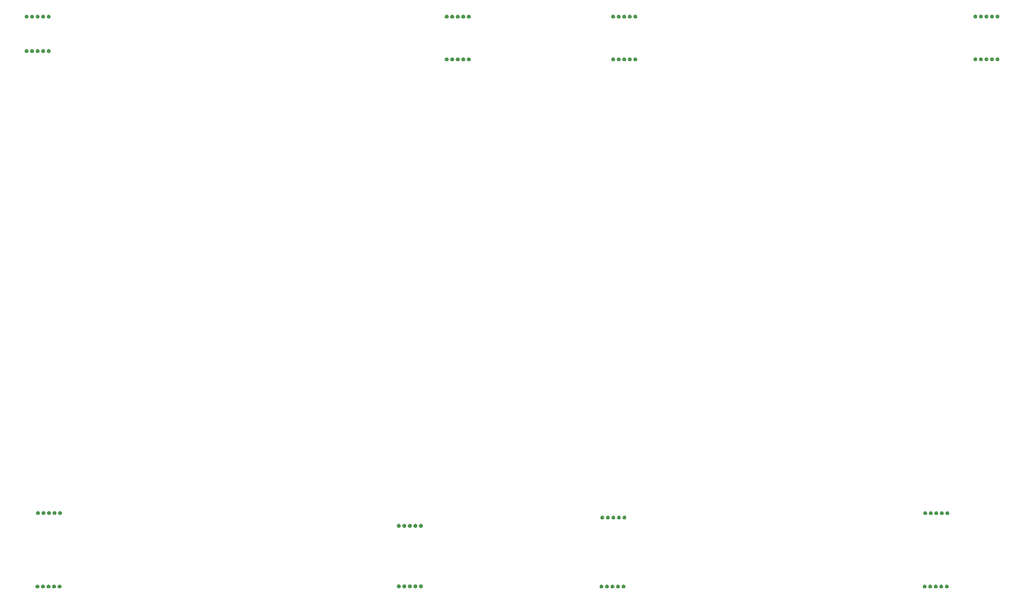
<source format=gts>
G04 #@! TF.GenerationSoftware,KiCad,Pcbnew,(5.1.5-0-10_14)*
G04 #@! TF.CreationDate,2020-05-13T21:40:07+09:00*
G04 #@! TF.ProjectId,LR-key-v02-001,4c522d6b-6579-42d7-9630-322d3030312e,rev?*
G04 #@! TF.SameCoordinates,Original*
G04 #@! TF.FileFunction,Soldermask,Top*
G04 #@! TF.FilePolarity,Negative*
%FSLAX46Y46*%
G04 Gerber Fmt 4.6, Leading zero omitted, Abs format (unit mm)*
G04 Created by KiCad (PCBNEW (5.1.5-0-10_14)) date 2020-05-13 21:40:07*
%MOMM*%
%LPD*%
G04 APERTURE LIST*
%ADD10C,0.100000*%
G04 APERTURE END LIST*
D10*
G36*
X250239714Y-152072389D02*
G01*
X250320645Y-152105912D01*
X250393480Y-152154579D01*
X250455421Y-152216520D01*
X250504088Y-152289355D01*
X250537611Y-152370286D01*
X250554700Y-152456201D01*
X250554700Y-152543799D01*
X250537611Y-152629714D01*
X250504088Y-152710645D01*
X250455421Y-152783480D01*
X250393480Y-152845421D01*
X250320645Y-152894088D01*
X250320644Y-152894089D01*
X250320643Y-152894089D01*
X250239714Y-152927611D01*
X250153801Y-152944700D01*
X250066199Y-152944700D01*
X249980286Y-152927611D01*
X249899357Y-152894089D01*
X249899356Y-152894089D01*
X249899355Y-152894088D01*
X249826520Y-152845421D01*
X249764579Y-152783480D01*
X249715912Y-152710645D01*
X249682389Y-152629714D01*
X249665300Y-152543799D01*
X249665300Y-152456201D01*
X249682389Y-152370286D01*
X249715912Y-152289355D01*
X249764579Y-152216520D01*
X249826520Y-152154579D01*
X249899355Y-152105912D01*
X249980286Y-152072389D01*
X250066199Y-152055300D01*
X250153801Y-152055300D01*
X250239714Y-152072389D01*
G37*
G36*
X248969714Y-152072389D02*
G01*
X249050645Y-152105912D01*
X249123480Y-152154579D01*
X249185421Y-152216520D01*
X249234088Y-152289355D01*
X249267611Y-152370286D01*
X249284700Y-152456201D01*
X249284700Y-152543799D01*
X249267611Y-152629714D01*
X249234088Y-152710645D01*
X249185421Y-152783480D01*
X249123480Y-152845421D01*
X249050645Y-152894088D01*
X249050644Y-152894089D01*
X249050643Y-152894089D01*
X248969714Y-152927611D01*
X248883801Y-152944700D01*
X248796199Y-152944700D01*
X248710286Y-152927611D01*
X248629357Y-152894089D01*
X248629356Y-152894089D01*
X248629355Y-152894088D01*
X248556520Y-152845421D01*
X248494579Y-152783480D01*
X248445912Y-152710645D01*
X248412389Y-152629714D01*
X248395300Y-152543799D01*
X248395300Y-152456201D01*
X248412389Y-152370286D01*
X248445912Y-152289355D01*
X248494579Y-152216520D01*
X248556520Y-152154579D01*
X248629355Y-152105912D01*
X248710286Y-152072389D01*
X248796199Y-152055300D01*
X248883801Y-152055300D01*
X248969714Y-152072389D01*
G37*
G36*
X247699714Y-152072389D02*
G01*
X247780645Y-152105912D01*
X247853480Y-152154579D01*
X247915421Y-152216520D01*
X247964088Y-152289355D01*
X247997611Y-152370286D01*
X248014700Y-152456201D01*
X248014700Y-152543799D01*
X247997611Y-152629714D01*
X247964088Y-152710645D01*
X247915421Y-152783480D01*
X247853480Y-152845421D01*
X247780645Y-152894088D01*
X247780644Y-152894089D01*
X247780643Y-152894089D01*
X247699714Y-152927611D01*
X247613801Y-152944700D01*
X247526199Y-152944700D01*
X247440286Y-152927611D01*
X247359357Y-152894089D01*
X247359356Y-152894089D01*
X247359355Y-152894088D01*
X247286520Y-152845421D01*
X247224579Y-152783480D01*
X247175912Y-152710645D01*
X247142389Y-152629714D01*
X247125300Y-152543799D01*
X247125300Y-152456201D01*
X247142389Y-152370286D01*
X247175912Y-152289355D01*
X247224579Y-152216520D01*
X247286520Y-152154579D01*
X247359355Y-152105912D01*
X247440286Y-152072389D01*
X247526199Y-152055300D01*
X247613801Y-152055300D01*
X247699714Y-152072389D01*
G37*
G36*
X246429714Y-152072389D02*
G01*
X246510645Y-152105912D01*
X246583480Y-152154579D01*
X246645421Y-152216520D01*
X246694088Y-152289355D01*
X246727611Y-152370286D01*
X246744700Y-152456201D01*
X246744700Y-152543799D01*
X246727611Y-152629714D01*
X246694088Y-152710645D01*
X246645421Y-152783480D01*
X246583480Y-152845421D01*
X246510645Y-152894088D01*
X246510644Y-152894089D01*
X246510643Y-152894089D01*
X246429714Y-152927611D01*
X246343801Y-152944700D01*
X246256199Y-152944700D01*
X246170286Y-152927611D01*
X246089357Y-152894089D01*
X246089356Y-152894089D01*
X246089355Y-152894088D01*
X246016520Y-152845421D01*
X245954579Y-152783480D01*
X245905912Y-152710645D01*
X245872389Y-152629714D01*
X245855300Y-152543799D01*
X245855300Y-152456201D01*
X245872389Y-152370286D01*
X245905912Y-152289355D01*
X245954579Y-152216520D01*
X246016520Y-152154579D01*
X246089355Y-152105912D01*
X246170286Y-152072389D01*
X246256199Y-152055300D01*
X246343801Y-152055300D01*
X246429714Y-152072389D01*
G37*
G36*
X245159714Y-152072389D02*
G01*
X245240645Y-152105912D01*
X245313480Y-152154579D01*
X245375421Y-152216520D01*
X245424088Y-152289355D01*
X245457611Y-152370286D01*
X245474700Y-152456201D01*
X245474700Y-152543799D01*
X245457611Y-152629714D01*
X245424088Y-152710645D01*
X245375421Y-152783480D01*
X245313480Y-152845421D01*
X245240645Y-152894088D01*
X245240644Y-152894089D01*
X245240643Y-152894089D01*
X245159714Y-152927611D01*
X245073801Y-152944700D01*
X244986199Y-152944700D01*
X244900286Y-152927611D01*
X244819357Y-152894089D01*
X244819356Y-152894089D01*
X244819355Y-152894088D01*
X244746520Y-152845421D01*
X244684579Y-152783480D01*
X244635912Y-152710645D01*
X244602389Y-152629714D01*
X244585300Y-152543799D01*
X244585300Y-152456201D01*
X244602389Y-152370286D01*
X244635912Y-152289355D01*
X244684579Y-152216520D01*
X244746520Y-152154579D01*
X244819355Y-152105912D01*
X244900286Y-152072389D01*
X244986199Y-152055300D01*
X245073801Y-152055300D01*
X245159714Y-152072389D01*
G37*
G36*
X176069714Y-152072389D02*
G01*
X176150645Y-152105912D01*
X176223480Y-152154579D01*
X176285421Y-152216520D01*
X176334088Y-152289355D01*
X176367611Y-152370286D01*
X176384700Y-152456201D01*
X176384700Y-152543799D01*
X176367611Y-152629714D01*
X176334088Y-152710645D01*
X176285421Y-152783480D01*
X176223480Y-152845421D01*
X176150645Y-152894088D01*
X176150644Y-152894089D01*
X176150643Y-152894089D01*
X176069714Y-152927611D01*
X175983801Y-152944700D01*
X175896199Y-152944700D01*
X175810286Y-152927611D01*
X175729357Y-152894089D01*
X175729356Y-152894089D01*
X175729355Y-152894088D01*
X175656520Y-152845421D01*
X175594579Y-152783480D01*
X175545912Y-152710645D01*
X175512389Y-152629714D01*
X175495300Y-152543799D01*
X175495300Y-152456201D01*
X175512389Y-152370286D01*
X175545912Y-152289355D01*
X175594579Y-152216520D01*
X175656520Y-152154579D01*
X175729355Y-152105912D01*
X175810286Y-152072389D01*
X175896199Y-152055300D01*
X175983801Y-152055300D01*
X176069714Y-152072389D01*
G37*
G36*
X174799714Y-152072389D02*
G01*
X174880645Y-152105912D01*
X174953480Y-152154579D01*
X175015421Y-152216520D01*
X175064088Y-152289355D01*
X175097611Y-152370286D01*
X175114700Y-152456201D01*
X175114700Y-152543799D01*
X175097611Y-152629714D01*
X175064088Y-152710645D01*
X175015421Y-152783480D01*
X174953480Y-152845421D01*
X174880645Y-152894088D01*
X174880644Y-152894089D01*
X174880643Y-152894089D01*
X174799714Y-152927611D01*
X174713801Y-152944700D01*
X174626199Y-152944700D01*
X174540286Y-152927611D01*
X174459357Y-152894089D01*
X174459356Y-152894089D01*
X174459355Y-152894088D01*
X174386520Y-152845421D01*
X174324579Y-152783480D01*
X174275912Y-152710645D01*
X174242389Y-152629714D01*
X174225300Y-152543799D01*
X174225300Y-152456201D01*
X174242389Y-152370286D01*
X174275912Y-152289355D01*
X174324579Y-152216520D01*
X174386520Y-152154579D01*
X174459355Y-152105912D01*
X174540286Y-152072389D01*
X174626199Y-152055300D01*
X174713801Y-152055300D01*
X174799714Y-152072389D01*
G37*
G36*
X173529714Y-152072389D02*
G01*
X173610645Y-152105912D01*
X173683480Y-152154579D01*
X173745421Y-152216520D01*
X173794088Y-152289355D01*
X173827611Y-152370286D01*
X173844700Y-152456201D01*
X173844700Y-152543799D01*
X173827611Y-152629714D01*
X173794088Y-152710645D01*
X173745421Y-152783480D01*
X173683480Y-152845421D01*
X173610645Y-152894088D01*
X173610644Y-152894089D01*
X173610643Y-152894089D01*
X173529714Y-152927611D01*
X173443801Y-152944700D01*
X173356199Y-152944700D01*
X173270286Y-152927611D01*
X173189357Y-152894089D01*
X173189356Y-152894089D01*
X173189355Y-152894088D01*
X173116520Y-152845421D01*
X173054579Y-152783480D01*
X173005912Y-152710645D01*
X172972389Y-152629714D01*
X172955300Y-152543799D01*
X172955300Y-152456201D01*
X172972389Y-152370286D01*
X173005912Y-152289355D01*
X173054579Y-152216520D01*
X173116520Y-152154579D01*
X173189355Y-152105912D01*
X173270286Y-152072389D01*
X173356199Y-152055300D01*
X173443801Y-152055300D01*
X173529714Y-152072389D01*
G37*
G36*
X172259714Y-152072389D02*
G01*
X172340645Y-152105912D01*
X172413480Y-152154579D01*
X172475421Y-152216520D01*
X172524088Y-152289355D01*
X172557611Y-152370286D01*
X172574700Y-152456201D01*
X172574700Y-152543799D01*
X172557611Y-152629714D01*
X172524088Y-152710645D01*
X172475421Y-152783480D01*
X172413480Y-152845421D01*
X172340645Y-152894088D01*
X172340644Y-152894089D01*
X172340643Y-152894089D01*
X172259714Y-152927611D01*
X172173801Y-152944700D01*
X172086199Y-152944700D01*
X172000286Y-152927611D01*
X171919357Y-152894089D01*
X171919356Y-152894089D01*
X171919355Y-152894088D01*
X171846520Y-152845421D01*
X171784579Y-152783480D01*
X171735912Y-152710645D01*
X171702389Y-152629714D01*
X171685300Y-152543799D01*
X171685300Y-152456201D01*
X171702389Y-152370286D01*
X171735912Y-152289355D01*
X171784579Y-152216520D01*
X171846520Y-152154579D01*
X171919355Y-152105912D01*
X172000286Y-152072389D01*
X172086199Y-152055300D01*
X172173801Y-152055300D01*
X172259714Y-152072389D01*
G37*
G36*
X170989714Y-152072389D02*
G01*
X171070645Y-152105912D01*
X171143480Y-152154579D01*
X171205421Y-152216520D01*
X171254088Y-152289355D01*
X171287611Y-152370286D01*
X171304700Y-152456201D01*
X171304700Y-152543799D01*
X171287611Y-152629714D01*
X171254088Y-152710645D01*
X171205421Y-152783480D01*
X171143480Y-152845421D01*
X171070645Y-152894088D01*
X171070644Y-152894089D01*
X171070643Y-152894089D01*
X170989714Y-152927611D01*
X170903801Y-152944700D01*
X170816199Y-152944700D01*
X170730286Y-152927611D01*
X170649357Y-152894089D01*
X170649356Y-152894089D01*
X170649355Y-152894088D01*
X170576520Y-152845421D01*
X170514579Y-152783480D01*
X170465912Y-152710645D01*
X170432389Y-152629714D01*
X170415300Y-152543799D01*
X170415300Y-152456201D01*
X170432389Y-152370286D01*
X170465912Y-152289355D01*
X170514579Y-152216520D01*
X170576520Y-152154579D01*
X170649355Y-152105912D01*
X170730286Y-152072389D01*
X170816199Y-152055300D01*
X170903801Y-152055300D01*
X170989714Y-152072389D01*
G37*
G36*
X46669714Y-152072389D02*
G01*
X46750645Y-152105912D01*
X46823480Y-152154579D01*
X46885421Y-152216520D01*
X46934088Y-152289355D01*
X46967611Y-152370286D01*
X46984700Y-152456201D01*
X46984700Y-152543799D01*
X46967611Y-152629714D01*
X46934088Y-152710645D01*
X46885421Y-152783480D01*
X46823480Y-152845421D01*
X46750645Y-152894088D01*
X46750644Y-152894089D01*
X46750643Y-152894089D01*
X46669714Y-152927611D01*
X46583801Y-152944700D01*
X46496199Y-152944700D01*
X46410286Y-152927611D01*
X46329357Y-152894089D01*
X46329356Y-152894089D01*
X46329355Y-152894088D01*
X46256520Y-152845421D01*
X46194579Y-152783480D01*
X46145912Y-152710645D01*
X46112389Y-152629714D01*
X46095300Y-152543799D01*
X46095300Y-152456201D01*
X46112389Y-152370286D01*
X46145912Y-152289355D01*
X46194579Y-152216520D01*
X46256520Y-152154579D01*
X46329355Y-152105912D01*
X46410286Y-152072389D01*
X46496199Y-152055300D01*
X46583801Y-152055300D01*
X46669714Y-152072389D01*
G37*
G36*
X45399714Y-152072389D02*
G01*
X45480645Y-152105912D01*
X45553480Y-152154579D01*
X45615421Y-152216520D01*
X45664088Y-152289355D01*
X45697611Y-152370286D01*
X45714700Y-152456201D01*
X45714700Y-152543799D01*
X45697611Y-152629714D01*
X45664088Y-152710645D01*
X45615421Y-152783480D01*
X45553480Y-152845421D01*
X45480645Y-152894088D01*
X45480644Y-152894089D01*
X45480643Y-152894089D01*
X45399714Y-152927611D01*
X45313801Y-152944700D01*
X45226199Y-152944700D01*
X45140286Y-152927611D01*
X45059357Y-152894089D01*
X45059356Y-152894089D01*
X45059355Y-152894088D01*
X44986520Y-152845421D01*
X44924579Y-152783480D01*
X44875912Y-152710645D01*
X44842389Y-152629714D01*
X44825300Y-152543799D01*
X44825300Y-152456201D01*
X44842389Y-152370286D01*
X44875912Y-152289355D01*
X44924579Y-152216520D01*
X44986520Y-152154579D01*
X45059355Y-152105912D01*
X45140286Y-152072389D01*
X45226199Y-152055300D01*
X45313801Y-152055300D01*
X45399714Y-152072389D01*
G37*
G36*
X44129714Y-152072389D02*
G01*
X44210645Y-152105912D01*
X44283480Y-152154579D01*
X44345421Y-152216520D01*
X44394088Y-152289355D01*
X44427611Y-152370286D01*
X44444700Y-152456201D01*
X44444700Y-152543799D01*
X44427611Y-152629714D01*
X44394088Y-152710645D01*
X44345421Y-152783480D01*
X44283480Y-152845421D01*
X44210645Y-152894088D01*
X44210644Y-152894089D01*
X44210643Y-152894089D01*
X44129714Y-152927611D01*
X44043801Y-152944700D01*
X43956199Y-152944700D01*
X43870286Y-152927611D01*
X43789357Y-152894089D01*
X43789356Y-152894089D01*
X43789355Y-152894088D01*
X43716520Y-152845421D01*
X43654579Y-152783480D01*
X43605912Y-152710645D01*
X43572389Y-152629714D01*
X43555300Y-152543799D01*
X43555300Y-152456201D01*
X43572389Y-152370286D01*
X43605912Y-152289355D01*
X43654579Y-152216520D01*
X43716520Y-152154579D01*
X43789355Y-152105912D01*
X43870286Y-152072389D01*
X43956199Y-152055300D01*
X44043801Y-152055300D01*
X44129714Y-152072389D01*
G37*
G36*
X42859714Y-152072389D02*
G01*
X42940645Y-152105912D01*
X43013480Y-152154579D01*
X43075421Y-152216520D01*
X43124088Y-152289355D01*
X43157611Y-152370286D01*
X43174700Y-152456201D01*
X43174700Y-152543799D01*
X43157611Y-152629714D01*
X43124088Y-152710645D01*
X43075421Y-152783480D01*
X43013480Y-152845421D01*
X42940645Y-152894088D01*
X42940644Y-152894089D01*
X42940643Y-152894089D01*
X42859714Y-152927611D01*
X42773801Y-152944700D01*
X42686199Y-152944700D01*
X42600286Y-152927611D01*
X42519357Y-152894089D01*
X42519356Y-152894089D01*
X42519355Y-152894088D01*
X42446520Y-152845421D01*
X42384579Y-152783480D01*
X42335912Y-152710645D01*
X42302389Y-152629714D01*
X42285300Y-152543799D01*
X42285300Y-152456201D01*
X42302389Y-152370286D01*
X42335912Y-152289355D01*
X42384579Y-152216520D01*
X42446520Y-152154579D01*
X42519355Y-152105912D01*
X42600286Y-152072389D01*
X42686199Y-152055300D01*
X42773801Y-152055300D01*
X42859714Y-152072389D01*
G37*
G36*
X41589714Y-152072389D02*
G01*
X41670645Y-152105912D01*
X41743480Y-152154579D01*
X41805421Y-152216520D01*
X41854088Y-152289355D01*
X41887611Y-152370286D01*
X41904700Y-152456201D01*
X41904700Y-152543799D01*
X41887611Y-152629714D01*
X41854088Y-152710645D01*
X41805421Y-152783480D01*
X41743480Y-152845421D01*
X41670645Y-152894088D01*
X41670644Y-152894089D01*
X41670643Y-152894089D01*
X41589714Y-152927611D01*
X41503801Y-152944700D01*
X41416199Y-152944700D01*
X41330286Y-152927611D01*
X41249357Y-152894089D01*
X41249356Y-152894089D01*
X41249355Y-152894088D01*
X41176520Y-152845421D01*
X41114579Y-152783480D01*
X41065912Y-152710645D01*
X41032389Y-152629714D01*
X41015300Y-152543799D01*
X41015300Y-152456201D01*
X41032389Y-152370286D01*
X41065912Y-152289355D01*
X41114579Y-152216520D01*
X41176520Y-152154579D01*
X41249355Y-152105912D01*
X41330286Y-152072389D01*
X41416199Y-152055300D01*
X41503801Y-152055300D01*
X41589714Y-152072389D01*
G37*
G36*
X124489714Y-152018389D02*
G01*
X124570645Y-152051912D01*
X124643480Y-152100579D01*
X124705421Y-152162520D01*
X124754088Y-152235355D01*
X124787611Y-152316286D01*
X124804700Y-152402201D01*
X124804700Y-152489799D01*
X124787611Y-152575714D01*
X124754088Y-152656645D01*
X124705421Y-152729480D01*
X124643480Y-152791421D01*
X124570645Y-152840088D01*
X124570644Y-152840089D01*
X124570643Y-152840089D01*
X124489714Y-152873611D01*
X124403801Y-152890700D01*
X124316199Y-152890700D01*
X124230286Y-152873611D01*
X124149357Y-152840089D01*
X124149356Y-152840089D01*
X124149355Y-152840088D01*
X124076520Y-152791421D01*
X124014579Y-152729480D01*
X123965912Y-152656645D01*
X123932389Y-152575714D01*
X123915300Y-152489799D01*
X123915300Y-152402201D01*
X123932389Y-152316286D01*
X123965912Y-152235355D01*
X124014579Y-152162520D01*
X124076520Y-152100579D01*
X124149355Y-152051912D01*
X124230286Y-152018389D01*
X124316199Y-152001300D01*
X124403801Y-152001300D01*
X124489714Y-152018389D01*
G37*
G36*
X125759714Y-152018389D02*
G01*
X125840645Y-152051912D01*
X125913480Y-152100579D01*
X125975421Y-152162520D01*
X126024088Y-152235355D01*
X126057611Y-152316286D01*
X126074700Y-152402201D01*
X126074700Y-152489799D01*
X126057611Y-152575714D01*
X126024088Y-152656645D01*
X125975421Y-152729480D01*
X125913480Y-152791421D01*
X125840645Y-152840088D01*
X125840644Y-152840089D01*
X125840643Y-152840089D01*
X125759714Y-152873611D01*
X125673801Y-152890700D01*
X125586199Y-152890700D01*
X125500286Y-152873611D01*
X125419357Y-152840089D01*
X125419356Y-152840089D01*
X125419355Y-152840088D01*
X125346520Y-152791421D01*
X125284579Y-152729480D01*
X125235912Y-152656645D01*
X125202389Y-152575714D01*
X125185300Y-152489799D01*
X125185300Y-152402201D01*
X125202389Y-152316286D01*
X125235912Y-152235355D01*
X125284579Y-152162520D01*
X125346520Y-152100579D01*
X125419355Y-152051912D01*
X125500286Y-152018389D01*
X125586199Y-152001300D01*
X125673801Y-152001300D01*
X125759714Y-152018389D01*
G37*
G36*
X129569714Y-152018389D02*
G01*
X129650645Y-152051912D01*
X129723480Y-152100579D01*
X129785421Y-152162520D01*
X129834088Y-152235355D01*
X129867611Y-152316286D01*
X129884700Y-152402201D01*
X129884700Y-152489799D01*
X129867611Y-152575714D01*
X129834088Y-152656645D01*
X129785421Y-152729480D01*
X129723480Y-152791421D01*
X129650645Y-152840088D01*
X129650644Y-152840089D01*
X129650643Y-152840089D01*
X129569714Y-152873611D01*
X129483801Y-152890700D01*
X129396199Y-152890700D01*
X129310286Y-152873611D01*
X129229357Y-152840089D01*
X129229356Y-152840089D01*
X129229355Y-152840088D01*
X129156520Y-152791421D01*
X129094579Y-152729480D01*
X129045912Y-152656645D01*
X129012389Y-152575714D01*
X128995300Y-152489799D01*
X128995300Y-152402201D01*
X129012389Y-152316286D01*
X129045912Y-152235355D01*
X129094579Y-152162520D01*
X129156520Y-152100579D01*
X129229355Y-152051912D01*
X129310286Y-152018389D01*
X129396199Y-152001300D01*
X129483801Y-152001300D01*
X129569714Y-152018389D01*
G37*
G36*
X128299714Y-152018389D02*
G01*
X128380645Y-152051912D01*
X128453480Y-152100579D01*
X128515421Y-152162520D01*
X128564088Y-152235355D01*
X128597611Y-152316286D01*
X128614700Y-152402201D01*
X128614700Y-152489799D01*
X128597611Y-152575714D01*
X128564088Y-152656645D01*
X128515421Y-152729480D01*
X128453480Y-152791421D01*
X128380645Y-152840088D01*
X128380644Y-152840089D01*
X128380643Y-152840089D01*
X128299714Y-152873611D01*
X128213801Y-152890700D01*
X128126199Y-152890700D01*
X128040286Y-152873611D01*
X127959357Y-152840089D01*
X127959356Y-152840089D01*
X127959355Y-152840088D01*
X127886520Y-152791421D01*
X127824579Y-152729480D01*
X127775912Y-152656645D01*
X127742389Y-152575714D01*
X127725300Y-152489799D01*
X127725300Y-152402201D01*
X127742389Y-152316286D01*
X127775912Y-152235355D01*
X127824579Y-152162520D01*
X127886520Y-152100579D01*
X127959355Y-152051912D01*
X128040286Y-152018389D01*
X128126199Y-152001300D01*
X128213801Y-152001300D01*
X128299714Y-152018389D01*
G37*
G36*
X127029714Y-152018389D02*
G01*
X127110645Y-152051912D01*
X127183480Y-152100579D01*
X127245421Y-152162520D01*
X127294088Y-152235355D01*
X127327611Y-152316286D01*
X127344700Y-152402201D01*
X127344700Y-152489799D01*
X127327611Y-152575714D01*
X127294088Y-152656645D01*
X127245421Y-152729480D01*
X127183480Y-152791421D01*
X127110645Y-152840088D01*
X127110644Y-152840089D01*
X127110643Y-152840089D01*
X127029714Y-152873611D01*
X126943801Y-152890700D01*
X126856199Y-152890700D01*
X126770286Y-152873611D01*
X126689357Y-152840089D01*
X126689356Y-152840089D01*
X126689355Y-152840088D01*
X126616520Y-152791421D01*
X126554579Y-152729480D01*
X126505912Y-152656645D01*
X126472389Y-152575714D01*
X126455300Y-152489799D01*
X126455300Y-152402201D01*
X126472389Y-152316286D01*
X126505912Y-152235355D01*
X126554579Y-152162520D01*
X126616520Y-152100579D01*
X126689355Y-152051912D01*
X126770286Y-152018389D01*
X126856199Y-152001300D01*
X126943801Y-152001300D01*
X127029714Y-152018389D01*
G37*
G36*
X127029714Y-138126389D02*
G01*
X127110645Y-138159912D01*
X127183480Y-138208579D01*
X127245421Y-138270520D01*
X127294088Y-138343355D01*
X127327611Y-138424286D01*
X127344700Y-138510201D01*
X127344700Y-138597799D01*
X127327611Y-138683714D01*
X127294088Y-138764645D01*
X127245421Y-138837480D01*
X127183480Y-138899421D01*
X127110645Y-138948088D01*
X127110644Y-138948089D01*
X127110643Y-138948089D01*
X127029714Y-138981611D01*
X126943801Y-138998700D01*
X126856199Y-138998700D01*
X126770286Y-138981611D01*
X126689357Y-138948089D01*
X126689356Y-138948089D01*
X126689355Y-138948088D01*
X126616520Y-138899421D01*
X126554579Y-138837480D01*
X126505912Y-138764645D01*
X126472389Y-138683714D01*
X126455300Y-138597799D01*
X126455300Y-138510201D01*
X126472389Y-138424286D01*
X126505912Y-138343355D01*
X126554579Y-138270520D01*
X126616520Y-138208579D01*
X126689355Y-138159912D01*
X126770286Y-138126389D01*
X126856199Y-138109300D01*
X126943801Y-138109300D01*
X127029714Y-138126389D01*
G37*
G36*
X125759714Y-138126389D02*
G01*
X125840645Y-138159912D01*
X125913480Y-138208579D01*
X125975421Y-138270520D01*
X126024088Y-138343355D01*
X126057611Y-138424286D01*
X126074700Y-138510201D01*
X126074700Y-138597799D01*
X126057611Y-138683714D01*
X126024088Y-138764645D01*
X125975421Y-138837480D01*
X125913480Y-138899421D01*
X125840645Y-138948088D01*
X125840644Y-138948089D01*
X125840643Y-138948089D01*
X125759714Y-138981611D01*
X125673801Y-138998700D01*
X125586199Y-138998700D01*
X125500286Y-138981611D01*
X125419357Y-138948089D01*
X125419356Y-138948089D01*
X125419355Y-138948088D01*
X125346520Y-138899421D01*
X125284579Y-138837480D01*
X125235912Y-138764645D01*
X125202389Y-138683714D01*
X125185300Y-138597799D01*
X125185300Y-138510201D01*
X125202389Y-138424286D01*
X125235912Y-138343355D01*
X125284579Y-138270520D01*
X125346520Y-138208579D01*
X125419355Y-138159912D01*
X125500286Y-138126389D01*
X125586199Y-138109300D01*
X125673801Y-138109300D01*
X125759714Y-138126389D01*
G37*
G36*
X124489714Y-138126389D02*
G01*
X124570645Y-138159912D01*
X124643480Y-138208579D01*
X124705421Y-138270520D01*
X124754088Y-138343355D01*
X124787611Y-138424286D01*
X124804700Y-138510201D01*
X124804700Y-138597799D01*
X124787611Y-138683714D01*
X124754088Y-138764645D01*
X124705421Y-138837480D01*
X124643480Y-138899421D01*
X124570645Y-138948088D01*
X124570644Y-138948089D01*
X124570643Y-138948089D01*
X124489714Y-138981611D01*
X124403801Y-138998700D01*
X124316199Y-138998700D01*
X124230286Y-138981611D01*
X124149357Y-138948089D01*
X124149356Y-138948089D01*
X124149355Y-138948088D01*
X124076520Y-138899421D01*
X124014579Y-138837480D01*
X123965912Y-138764645D01*
X123932389Y-138683714D01*
X123915300Y-138597799D01*
X123915300Y-138510201D01*
X123932389Y-138424286D01*
X123965912Y-138343355D01*
X124014579Y-138270520D01*
X124076520Y-138208579D01*
X124149355Y-138159912D01*
X124230286Y-138126389D01*
X124316199Y-138109300D01*
X124403801Y-138109300D01*
X124489714Y-138126389D01*
G37*
G36*
X128299714Y-138126389D02*
G01*
X128380645Y-138159912D01*
X128453480Y-138208579D01*
X128515421Y-138270520D01*
X128564088Y-138343355D01*
X128597611Y-138424286D01*
X128614700Y-138510201D01*
X128614700Y-138597799D01*
X128597611Y-138683714D01*
X128564088Y-138764645D01*
X128515421Y-138837480D01*
X128453480Y-138899421D01*
X128380645Y-138948088D01*
X128380644Y-138948089D01*
X128380643Y-138948089D01*
X128299714Y-138981611D01*
X128213801Y-138998700D01*
X128126199Y-138998700D01*
X128040286Y-138981611D01*
X127959357Y-138948089D01*
X127959356Y-138948089D01*
X127959355Y-138948088D01*
X127886520Y-138899421D01*
X127824579Y-138837480D01*
X127775912Y-138764645D01*
X127742389Y-138683714D01*
X127725300Y-138597799D01*
X127725300Y-138510201D01*
X127742389Y-138424286D01*
X127775912Y-138343355D01*
X127824579Y-138270520D01*
X127886520Y-138208579D01*
X127959355Y-138159912D01*
X128040286Y-138126389D01*
X128126199Y-138109300D01*
X128213801Y-138109300D01*
X128299714Y-138126389D01*
G37*
G36*
X129569714Y-138126389D02*
G01*
X129650645Y-138159912D01*
X129723480Y-138208579D01*
X129785421Y-138270520D01*
X129834088Y-138343355D01*
X129867611Y-138424286D01*
X129884700Y-138510201D01*
X129884700Y-138597799D01*
X129867611Y-138683714D01*
X129834088Y-138764645D01*
X129785421Y-138837480D01*
X129723480Y-138899421D01*
X129650645Y-138948088D01*
X129650644Y-138948089D01*
X129650643Y-138948089D01*
X129569714Y-138981611D01*
X129483801Y-138998700D01*
X129396199Y-138998700D01*
X129310286Y-138981611D01*
X129229357Y-138948089D01*
X129229356Y-138948089D01*
X129229355Y-138948088D01*
X129156520Y-138899421D01*
X129094579Y-138837480D01*
X129045912Y-138764645D01*
X129012389Y-138683714D01*
X128995300Y-138597799D01*
X128995300Y-138510201D01*
X129012389Y-138424286D01*
X129045912Y-138343355D01*
X129094579Y-138270520D01*
X129156520Y-138208579D01*
X129229355Y-138159912D01*
X129310286Y-138126389D01*
X129396199Y-138109300D01*
X129483801Y-138109300D01*
X129569714Y-138126389D01*
G37*
G36*
X171189714Y-136226389D02*
G01*
X171270645Y-136259912D01*
X171343480Y-136308579D01*
X171405421Y-136370520D01*
X171454088Y-136443355D01*
X171487611Y-136524286D01*
X171504700Y-136610201D01*
X171504700Y-136697799D01*
X171487611Y-136783714D01*
X171454088Y-136864645D01*
X171405421Y-136937480D01*
X171343480Y-136999421D01*
X171270645Y-137048088D01*
X171270644Y-137048089D01*
X171270643Y-137048089D01*
X171189714Y-137081611D01*
X171103801Y-137098700D01*
X171016199Y-137098700D01*
X170930286Y-137081611D01*
X170849357Y-137048089D01*
X170849356Y-137048089D01*
X170849355Y-137048088D01*
X170776520Y-136999421D01*
X170714579Y-136937480D01*
X170665912Y-136864645D01*
X170632389Y-136783714D01*
X170615300Y-136697799D01*
X170615300Y-136610201D01*
X170632389Y-136524286D01*
X170665912Y-136443355D01*
X170714579Y-136370520D01*
X170776520Y-136308579D01*
X170849355Y-136259912D01*
X170930286Y-136226389D01*
X171016199Y-136209300D01*
X171103801Y-136209300D01*
X171189714Y-136226389D01*
G37*
G36*
X172459714Y-136226389D02*
G01*
X172540645Y-136259912D01*
X172613480Y-136308579D01*
X172675421Y-136370520D01*
X172724088Y-136443355D01*
X172757611Y-136524286D01*
X172774700Y-136610201D01*
X172774700Y-136697799D01*
X172757611Y-136783714D01*
X172724088Y-136864645D01*
X172675421Y-136937480D01*
X172613480Y-136999421D01*
X172540645Y-137048088D01*
X172540644Y-137048089D01*
X172540643Y-137048089D01*
X172459714Y-137081611D01*
X172373801Y-137098700D01*
X172286199Y-137098700D01*
X172200286Y-137081611D01*
X172119357Y-137048089D01*
X172119356Y-137048089D01*
X172119355Y-137048088D01*
X172046520Y-136999421D01*
X171984579Y-136937480D01*
X171935912Y-136864645D01*
X171902389Y-136783714D01*
X171885300Y-136697799D01*
X171885300Y-136610201D01*
X171902389Y-136524286D01*
X171935912Y-136443355D01*
X171984579Y-136370520D01*
X172046520Y-136308579D01*
X172119355Y-136259912D01*
X172200286Y-136226389D01*
X172286199Y-136209300D01*
X172373801Y-136209300D01*
X172459714Y-136226389D01*
G37*
G36*
X173729714Y-136226389D02*
G01*
X173810645Y-136259912D01*
X173883480Y-136308579D01*
X173945421Y-136370520D01*
X173994088Y-136443355D01*
X174027611Y-136524286D01*
X174044700Y-136610201D01*
X174044700Y-136697799D01*
X174027611Y-136783714D01*
X173994088Y-136864645D01*
X173945421Y-136937480D01*
X173883480Y-136999421D01*
X173810645Y-137048088D01*
X173810644Y-137048089D01*
X173810643Y-137048089D01*
X173729714Y-137081611D01*
X173643801Y-137098700D01*
X173556199Y-137098700D01*
X173470286Y-137081611D01*
X173389357Y-137048089D01*
X173389356Y-137048089D01*
X173389355Y-137048088D01*
X173316520Y-136999421D01*
X173254579Y-136937480D01*
X173205912Y-136864645D01*
X173172389Y-136783714D01*
X173155300Y-136697799D01*
X173155300Y-136610201D01*
X173172389Y-136524286D01*
X173205912Y-136443355D01*
X173254579Y-136370520D01*
X173316520Y-136308579D01*
X173389355Y-136259912D01*
X173470286Y-136226389D01*
X173556199Y-136209300D01*
X173643801Y-136209300D01*
X173729714Y-136226389D01*
G37*
G36*
X174999714Y-136226389D02*
G01*
X175080645Y-136259912D01*
X175153480Y-136308579D01*
X175215421Y-136370520D01*
X175264088Y-136443355D01*
X175297611Y-136524286D01*
X175314700Y-136610201D01*
X175314700Y-136697799D01*
X175297611Y-136783714D01*
X175264088Y-136864645D01*
X175215421Y-136937480D01*
X175153480Y-136999421D01*
X175080645Y-137048088D01*
X175080644Y-137048089D01*
X175080643Y-137048089D01*
X174999714Y-137081611D01*
X174913801Y-137098700D01*
X174826199Y-137098700D01*
X174740286Y-137081611D01*
X174659357Y-137048089D01*
X174659356Y-137048089D01*
X174659355Y-137048088D01*
X174586520Y-136999421D01*
X174524579Y-136937480D01*
X174475912Y-136864645D01*
X174442389Y-136783714D01*
X174425300Y-136697799D01*
X174425300Y-136610201D01*
X174442389Y-136524286D01*
X174475912Y-136443355D01*
X174524579Y-136370520D01*
X174586520Y-136308579D01*
X174659355Y-136259912D01*
X174740286Y-136226389D01*
X174826199Y-136209300D01*
X174913801Y-136209300D01*
X174999714Y-136226389D01*
G37*
G36*
X176269714Y-136226389D02*
G01*
X176350645Y-136259912D01*
X176423480Y-136308579D01*
X176485421Y-136370520D01*
X176534088Y-136443355D01*
X176567611Y-136524286D01*
X176584700Y-136610201D01*
X176584700Y-136697799D01*
X176567611Y-136783714D01*
X176534088Y-136864645D01*
X176485421Y-136937480D01*
X176423480Y-136999421D01*
X176350645Y-137048088D01*
X176350644Y-137048089D01*
X176350643Y-137048089D01*
X176269714Y-137081611D01*
X176183801Y-137098700D01*
X176096199Y-137098700D01*
X176010286Y-137081611D01*
X175929357Y-137048089D01*
X175929356Y-137048089D01*
X175929355Y-137048088D01*
X175856520Y-136999421D01*
X175794579Y-136937480D01*
X175745912Y-136864645D01*
X175712389Y-136783714D01*
X175695300Y-136697799D01*
X175695300Y-136610201D01*
X175712389Y-136524286D01*
X175745912Y-136443355D01*
X175794579Y-136370520D01*
X175856520Y-136308579D01*
X175929355Y-136259912D01*
X176010286Y-136226389D01*
X176096199Y-136209300D01*
X176183801Y-136209300D01*
X176269714Y-136226389D01*
G37*
G36*
X250369714Y-135226389D02*
G01*
X250450645Y-135259912D01*
X250523480Y-135308579D01*
X250585421Y-135370520D01*
X250634088Y-135443355D01*
X250667611Y-135524286D01*
X250684700Y-135610201D01*
X250684700Y-135697799D01*
X250667611Y-135783714D01*
X250634088Y-135864645D01*
X250585421Y-135937480D01*
X250523480Y-135999421D01*
X250450645Y-136048088D01*
X250450644Y-136048089D01*
X250450643Y-136048089D01*
X250369714Y-136081611D01*
X250283801Y-136098700D01*
X250196199Y-136098700D01*
X250110286Y-136081611D01*
X250029357Y-136048089D01*
X250029356Y-136048089D01*
X250029355Y-136048088D01*
X249956520Y-135999421D01*
X249894579Y-135937480D01*
X249845912Y-135864645D01*
X249812389Y-135783714D01*
X249795300Y-135697799D01*
X249795300Y-135610201D01*
X249812389Y-135524286D01*
X249845912Y-135443355D01*
X249894579Y-135370520D01*
X249956520Y-135308579D01*
X250029355Y-135259912D01*
X250110286Y-135226389D01*
X250196199Y-135209300D01*
X250283801Y-135209300D01*
X250369714Y-135226389D01*
G37*
G36*
X249099714Y-135226389D02*
G01*
X249180645Y-135259912D01*
X249253480Y-135308579D01*
X249315421Y-135370520D01*
X249364088Y-135443355D01*
X249397611Y-135524286D01*
X249414700Y-135610201D01*
X249414700Y-135697799D01*
X249397611Y-135783714D01*
X249364088Y-135864645D01*
X249315421Y-135937480D01*
X249253480Y-135999421D01*
X249180645Y-136048088D01*
X249180644Y-136048089D01*
X249180643Y-136048089D01*
X249099714Y-136081611D01*
X249013801Y-136098700D01*
X248926199Y-136098700D01*
X248840286Y-136081611D01*
X248759357Y-136048089D01*
X248759356Y-136048089D01*
X248759355Y-136048088D01*
X248686520Y-135999421D01*
X248624579Y-135937480D01*
X248575912Y-135864645D01*
X248542389Y-135783714D01*
X248525300Y-135697799D01*
X248525300Y-135610201D01*
X248542389Y-135524286D01*
X248575912Y-135443355D01*
X248624579Y-135370520D01*
X248686520Y-135308579D01*
X248759355Y-135259912D01*
X248840286Y-135226389D01*
X248926199Y-135209300D01*
X249013801Y-135209300D01*
X249099714Y-135226389D01*
G37*
G36*
X247829714Y-135226389D02*
G01*
X247910645Y-135259912D01*
X247983480Y-135308579D01*
X248045421Y-135370520D01*
X248094088Y-135443355D01*
X248127611Y-135524286D01*
X248144700Y-135610201D01*
X248144700Y-135697799D01*
X248127611Y-135783714D01*
X248094088Y-135864645D01*
X248045421Y-135937480D01*
X247983480Y-135999421D01*
X247910645Y-136048088D01*
X247910644Y-136048089D01*
X247910643Y-136048089D01*
X247829714Y-136081611D01*
X247743801Y-136098700D01*
X247656199Y-136098700D01*
X247570286Y-136081611D01*
X247489357Y-136048089D01*
X247489356Y-136048089D01*
X247489355Y-136048088D01*
X247416520Y-135999421D01*
X247354579Y-135937480D01*
X247305912Y-135864645D01*
X247272389Y-135783714D01*
X247255300Y-135697799D01*
X247255300Y-135610201D01*
X247272389Y-135524286D01*
X247305912Y-135443355D01*
X247354579Y-135370520D01*
X247416520Y-135308579D01*
X247489355Y-135259912D01*
X247570286Y-135226389D01*
X247656199Y-135209300D01*
X247743801Y-135209300D01*
X247829714Y-135226389D01*
G37*
G36*
X246559714Y-135226389D02*
G01*
X246640645Y-135259912D01*
X246713480Y-135308579D01*
X246775421Y-135370520D01*
X246824088Y-135443355D01*
X246857611Y-135524286D01*
X246874700Y-135610201D01*
X246874700Y-135697799D01*
X246857611Y-135783714D01*
X246824088Y-135864645D01*
X246775421Y-135937480D01*
X246713480Y-135999421D01*
X246640645Y-136048088D01*
X246640644Y-136048089D01*
X246640643Y-136048089D01*
X246559714Y-136081611D01*
X246473801Y-136098700D01*
X246386199Y-136098700D01*
X246300286Y-136081611D01*
X246219357Y-136048089D01*
X246219356Y-136048089D01*
X246219355Y-136048088D01*
X246146520Y-135999421D01*
X246084579Y-135937480D01*
X246035912Y-135864645D01*
X246002389Y-135783714D01*
X245985300Y-135697799D01*
X245985300Y-135610201D01*
X246002389Y-135524286D01*
X246035912Y-135443355D01*
X246084579Y-135370520D01*
X246146520Y-135308579D01*
X246219355Y-135259912D01*
X246300286Y-135226389D01*
X246386199Y-135209300D01*
X246473801Y-135209300D01*
X246559714Y-135226389D01*
G37*
G36*
X245289714Y-135226389D02*
G01*
X245370645Y-135259912D01*
X245443480Y-135308579D01*
X245505421Y-135370520D01*
X245554088Y-135443355D01*
X245587611Y-135524286D01*
X245604700Y-135610201D01*
X245604700Y-135697799D01*
X245587611Y-135783714D01*
X245554088Y-135864645D01*
X245505421Y-135937480D01*
X245443480Y-135999421D01*
X245370645Y-136048088D01*
X245370644Y-136048089D01*
X245370643Y-136048089D01*
X245289714Y-136081611D01*
X245203801Y-136098700D01*
X245116199Y-136098700D01*
X245030286Y-136081611D01*
X244949357Y-136048089D01*
X244949356Y-136048089D01*
X244949355Y-136048088D01*
X244876520Y-135999421D01*
X244814579Y-135937480D01*
X244765912Y-135864645D01*
X244732389Y-135783714D01*
X244715300Y-135697799D01*
X244715300Y-135610201D01*
X244732389Y-135524286D01*
X244765912Y-135443355D01*
X244814579Y-135370520D01*
X244876520Y-135308579D01*
X244949355Y-135259912D01*
X245030286Y-135226389D01*
X245116199Y-135209300D01*
X245203801Y-135209300D01*
X245289714Y-135226389D01*
G37*
G36*
X46769714Y-135172389D02*
G01*
X46850645Y-135205912D01*
X46923480Y-135254579D01*
X46985421Y-135316520D01*
X47034088Y-135389355D01*
X47067611Y-135470286D01*
X47084700Y-135556201D01*
X47084700Y-135643799D01*
X47067611Y-135729714D01*
X47034088Y-135810645D01*
X46985421Y-135883480D01*
X46923480Y-135945421D01*
X46850645Y-135994088D01*
X46850644Y-135994089D01*
X46850643Y-135994089D01*
X46769714Y-136027611D01*
X46683801Y-136044700D01*
X46596199Y-136044700D01*
X46510286Y-136027611D01*
X46429357Y-135994089D01*
X46429356Y-135994089D01*
X46429355Y-135994088D01*
X46356520Y-135945421D01*
X46294579Y-135883480D01*
X46245912Y-135810645D01*
X46212389Y-135729714D01*
X46195300Y-135643799D01*
X46195300Y-135556201D01*
X46212389Y-135470286D01*
X46245912Y-135389355D01*
X46294579Y-135316520D01*
X46356520Y-135254579D01*
X46429355Y-135205912D01*
X46510286Y-135172389D01*
X46596199Y-135155300D01*
X46683801Y-135155300D01*
X46769714Y-135172389D01*
G37*
G36*
X44229714Y-135172389D02*
G01*
X44310645Y-135205912D01*
X44383480Y-135254579D01*
X44445421Y-135316520D01*
X44494088Y-135389355D01*
X44527611Y-135470286D01*
X44544700Y-135556201D01*
X44544700Y-135643799D01*
X44527611Y-135729714D01*
X44494088Y-135810645D01*
X44445421Y-135883480D01*
X44383480Y-135945421D01*
X44310645Y-135994088D01*
X44310644Y-135994089D01*
X44310643Y-135994089D01*
X44229714Y-136027611D01*
X44143801Y-136044700D01*
X44056199Y-136044700D01*
X43970286Y-136027611D01*
X43889357Y-135994089D01*
X43889356Y-135994089D01*
X43889355Y-135994088D01*
X43816520Y-135945421D01*
X43754579Y-135883480D01*
X43705912Y-135810645D01*
X43672389Y-135729714D01*
X43655300Y-135643799D01*
X43655300Y-135556201D01*
X43672389Y-135470286D01*
X43705912Y-135389355D01*
X43754579Y-135316520D01*
X43816520Y-135254579D01*
X43889355Y-135205912D01*
X43970286Y-135172389D01*
X44056199Y-135155300D01*
X44143801Y-135155300D01*
X44229714Y-135172389D01*
G37*
G36*
X42959714Y-135172389D02*
G01*
X43040645Y-135205912D01*
X43113480Y-135254579D01*
X43175421Y-135316520D01*
X43224088Y-135389355D01*
X43257611Y-135470286D01*
X43274700Y-135556201D01*
X43274700Y-135643799D01*
X43257611Y-135729714D01*
X43224088Y-135810645D01*
X43175421Y-135883480D01*
X43113480Y-135945421D01*
X43040645Y-135994088D01*
X43040644Y-135994089D01*
X43040643Y-135994089D01*
X42959714Y-136027611D01*
X42873801Y-136044700D01*
X42786199Y-136044700D01*
X42700286Y-136027611D01*
X42619357Y-135994089D01*
X42619356Y-135994089D01*
X42619355Y-135994088D01*
X42546520Y-135945421D01*
X42484579Y-135883480D01*
X42435912Y-135810645D01*
X42402389Y-135729714D01*
X42385300Y-135643799D01*
X42385300Y-135556201D01*
X42402389Y-135470286D01*
X42435912Y-135389355D01*
X42484579Y-135316520D01*
X42546520Y-135254579D01*
X42619355Y-135205912D01*
X42700286Y-135172389D01*
X42786199Y-135155300D01*
X42873801Y-135155300D01*
X42959714Y-135172389D01*
G37*
G36*
X41689714Y-135172389D02*
G01*
X41770645Y-135205912D01*
X41843480Y-135254579D01*
X41905421Y-135316520D01*
X41954088Y-135389355D01*
X41987611Y-135470286D01*
X42004700Y-135556201D01*
X42004700Y-135643799D01*
X41987611Y-135729714D01*
X41954088Y-135810645D01*
X41905421Y-135883480D01*
X41843480Y-135945421D01*
X41770645Y-135994088D01*
X41770644Y-135994089D01*
X41770643Y-135994089D01*
X41689714Y-136027611D01*
X41603801Y-136044700D01*
X41516199Y-136044700D01*
X41430286Y-136027611D01*
X41349357Y-135994089D01*
X41349356Y-135994089D01*
X41349355Y-135994088D01*
X41276520Y-135945421D01*
X41214579Y-135883480D01*
X41165912Y-135810645D01*
X41132389Y-135729714D01*
X41115300Y-135643799D01*
X41115300Y-135556201D01*
X41132389Y-135470286D01*
X41165912Y-135389355D01*
X41214579Y-135316520D01*
X41276520Y-135254579D01*
X41349355Y-135205912D01*
X41430286Y-135172389D01*
X41516199Y-135155300D01*
X41603801Y-135155300D01*
X41689714Y-135172389D01*
G37*
G36*
X45499714Y-135172389D02*
G01*
X45580645Y-135205912D01*
X45653480Y-135254579D01*
X45715421Y-135316520D01*
X45764088Y-135389355D01*
X45797611Y-135470286D01*
X45814700Y-135556201D01*
X45814700Y-135643799D01*
X45797611Y-135729714D01*
X45764088Y-135810645D01*
X45715421Y-135883480D01*
X45653480Y-135945421D01*
X45580645Y-135994088D01*
X45580644Y-135994089D01*
X45580643Y-135994089D01*
X45499714Y-136027611D01*
X45413801Y-136044700D01*
X45326199Y-136044700D01*
X45240286Y-136027611D01*
X45159357Y-135994089D01*
X45159356Y-135994089D01*
X45159355Y-135994088D01*
X45086520Y-135945421D01*
X45024579Y-135883480D01*
X44975912Y-135810645D01*
X44942389Y-135729714D01*
X44925300Y-135643799D01*
X44925300Y-135556201D01*
X44942389Y-135470286D01*
X44975912Y-135389355D01*
X45024579Y-135316520D01*
X45086520Y-135254579D01*
X45159355Y-135205912D01*
X45240286Y-135172389D01*
X45326199Y-135155300D01*
X45413801Y-135155300D01*
X45499714Y-135172389D01*
G37*
G36*
X135489714Y-30972389D02*
G01*
X135551332Y-30997912D01*
X135570645Y-31005912D01*
X135643480Y-31054579D01*
X135705421Y-31116520D01*
X135748744Y-31181357D01*
X135754089Y-31189357D01*
X135787611Y-31270286D01*
X135803109Y-31348199D01*
X135804700Y-31356201D01*
X135804700Y-31443799D01*
X135787611Y-31529714D01*
X135754088Y-31610645D01*
X135705421Y-31683480D01*
X135643480Y-31745421D01*
X135570645Y-31794088D01*
X135570644Y-31794089D01*
X135570643Y-31794089D01*
X135489714Y-31827611D01*
X135403801Y-31844700D01*
X135316199Y-31844700D01*
X135230286Y-31827611D01*
X135149357Y-31794089D01*
X135149356Y-31794089D01*
X135149355Y-31794088D01*
X135076520Y-31745421D01*
X135014579Y-31683480D01*
X134965912Y-31610645D01*
X134932389Y-31529714D01*
X134915300Y-31443799D01*
X134915300Y-31356201D01*
X134916892Y-31348199D01*
X134932389Y-31270286D01*
X134965911Y-31189357D01*
X134971256Y-31181357D01*
X135014579Y-31116520D01*
X135076520Y-31054579D01*
X135149355Y-31005912D01*
X135168669Y-30997912D01*
X135230286Y-30972389D01*
X135316199Y-30955300D01*
X135403801Y-30955300D01*
X135489714Y-30972389D01*
G37*
G36*
X178769714Y-30972389D02*
G01*
X178831332Y-30997912D01*
X178850645Y-31005912D01*
X178923480Y-31054579D01*
X178985421Y-31116520D01*
X179028744Y-31181357D01*
X179034089Y-31189357D01*
X179067611Y-31270286D01*
X179083109Y-31348199D01*
X179084700Y-31356201D01*
X179084700Y-31443799D01*
X179067611Y-31529714D01*
X179034088Y-31610645D01*
X178985421Y-31683480D01*
X178923480Y-31745421D01*
X178850645Y-31794088D01*
X178850644Y-31794089D01*
X178850643Y-31794089D01*
X178769714Y-31827611D01*
X178683801Y-31844700D01*
X178596199Y-31844700D01*
X178510286Y-31827611D01*
X178429357Y-31794089D01*
X178429356Y-31794089D01*
X178429355Y-31794088D01*
X178356520Y-31745421D01*
X178294579Y-31683480D01*
X178245912Y-31610645D01*
X178212389Y-31529714D01*
X178195300Y-31443799D01*
X178195300Y-31356201D01*
X178196892Y-31348199D01*
X178212389Y-31270286D01*
X178245911Y-31189357D01*
X178251256Y-31181357D01*
X178294579Y-31116520D01*
X178356520Y-31054579D01*
X178429355Y-31005912D01*
X178448669Y-30997912D01*
X178510286Y-30972389D01*
X178596199Y-30955300D01*
X178683801Y-30955300D01*
X178769714Y-30972389D01*
G37*
G36*
X177499714Y-30972389D02*
G01*
X177561332Y-30997912D01*
X177580645Y-31005912D01*
X177653480Y-31054579D01*
X177715421Y-31116520D01*
X177758744Y-31181357D01*
X177764089Y-31189357D01*
X177797611Y-31270286D01*
X177813109Y-31348199D01*
X177814700Y-31356201D01*
X177814700Y-31443799D01*
X177797611Y-31529714D01*
X177764088Y-31610645D01*
X177715421Y-31683480D01*
X177653480Y-31745421D01*
X177580645Y-31794088D01*
X177580644Y-31794089D01*
X177580643Y-31794089D01*
X177499714Y-31827611D01*
X177413801Y-31844700D01*
X177326199Y-31844700D01*
X177240286Y-31827611D01*
X177159357Y-31794089D01*
X177159356Y-31794089D01*
X177159355Y-31794088D01*
X177086520Y-31745421D01*
X177024579Y-31683480D01*
X176975912Y-31610645D01*
X176942389Y-31529714D01*
X176925300Y-31443799D01*
X176925300Y-31356201D01*
X176926892Y-31348199D01*
X176942389Y-31270286D01*
X176975911Y-31189357D01*
X176981256Y-31181357D01*
X177024579Y-31116520D01*
X177086520Y-31054579D01*
X177159355Y-31005912D01*
X177178669Y-30997912D01*
X177240286Y-30972389D01*
X177326199Y-30955300D01*
X177413801Y-30955300D01*
X177499714Y-30972389D01*
G37*
G36*
X176229714Y-30972389D02*
G01*
X176291332Y-30997912D01*
X176310645Y-31005912D01*
X176383480Y-31054579D01*
X176445421Y-31116520D01*
X176488744Y-31181357D01*
X176494089Y-31189357D01*
X176527611Y-31270286D01*
X176543109Y-31348199D01*
X176544700Y-31356201D01*
X176544700Y-31443799D01*
X176527611Y-31529714D01*
X176494088Y-31610645D01*
X176445421Y-31683480D01*
X176383480Y-31745421D01*
X176310645Y-31794088D01*
X176310644Y-31794089D01*
X176310643Y-31794089D01*
X176229714Y-31827611D01*
X176143801Y-31844700D01*
X176056199Y-31844700D01*
X175970286Y-31827611D01*
X175889357Y-31794089D01*
X175889356Y-31794089D01*
X175889355Y-31794088D01*
X175816520Y-31745421D01*
X175754579Y-31683480D01*
X175705912Y-31610645D01*
X175672389Y-31529714D01*
X175655300Y-31443799D01*
X175655300Y-31356201D01*
X175656892Y-31348199D01*
X175672389Y-31270286D01*
X175705911Y-31189357D01*
X175711256Y-31181357D01*
X175754579Y-31116520D01*
X175816520Y-31054579D01*
X175889355Y-31005912D01*
X175908669Y-30997912D01*
X175970286Y-30972389D01*
X176056199Y-30955300D01*
X176143801Y-30955300D01*
X176229714Y-30972389D01*
G37*
G36*
X173689714Y-30972389D02*
G01*
X173751332Y-30997912D01*
X173770645Y-31005912D01*
X173843480Y-31054579D01*
X173905421Y-31116520D01*
X173948744Y-31181357D01*
X173954089Y-31189357D01*
X173987611Y-31270286D01*
X174003109Y-31348199D01*
X174004700Y-31356201D01*
X174004700Y-31443799D01*
X173987611Y-31529714D01*
X173954088Y-31610645D01*
X173905421Y-31683480D01*
X173843480Y-31745421D01*
X173770645Y-31794088D01*
X173770644Y-31794089D01*
X173770643Y-31794089D01*
X173689714Y-31827611D01*
X173603801Y-31844700D01*
X173516199Y-31844700D01*
X173430286Y-31827611D01*
X173349357Y-31794089D01*
X173349356Y-31794089D01*
X173349355Y-31794088D01*
X173276520Y-31745421D01*
X173214579Y-31683480D01*
X173165912Y-31610645D01*
X173132389Y-31529714D01*
X173115300Y-31443799D01*
X173115300Y-31356201D01*
X173116892Y-31348199D01*
X173132389Y-31270286D01*
X173165911Y-31189357D01*
X173171256Y-31181357D01*
X173214579Y-31116520D01*
X173276520Y-31054579D01*
X173349355Y-31005912D01*
X173368669Y-30997912D01*
X173430286Y-30972389D01*
X173516199Y-30955300D01*
X173603801Y-30955300D01*
X173689714Y-30972389D01*
G37*
G36*
X138029714Y-30972389D02*
G01*
X138091332Y-30997912D01*
X138110645Y-31005912D01*
X138183480Y-31054579D01*
X138245421Y-31116520D01*
X138288744Y-31181357D01*
X138294089Y-31189357D01*
X138327611Y-31270286D01*
X138343109Y-31348199D01*
X138344700Y-31356201D01*
X138344700Y-31443799D01*
X138327611Y-31529714D01*
X138294088Y-31610645D01*
X138245421Y-31683480D01*
X138183480Y-31745421D01*
X138110645Y-31794088D01*
X138110644Y-31794089D01*
X138110643Y-31794089D01*
X138029714Y-31827611D01*
X137943801Y-31844700D01*
X137856199Y-31844700D01*
X137770286Y-31827611D01*
X137689357Y-31794089D01*
X137689356Y-31794089D01*
X137689355Y-31794088D01*
X137616520Y-31745421D01*
X137554579Y-31683480D01*
X137505912Y-31610645D01*
X137472389Y-31529714D01*
X137455300Y-31443799D01*
X137455300Y-31356201D01*
X137456892Y-31348199D01*
X137472389Y-31270286D01*
X137505911Y-31189357D01*
X137511256Y-31181357D01*
X137554579Y-31116520D01*
X137616520Y-31054579D01*
X137689355Y-31005912D01*
X137708669Y-30997912D01*
X137770286Y-30972389D01*
X137856199Y-30955300D01*
X137943801Y-30955300D01*
X138029714Y-30972389D01*
G37*
G36*
X139299714Y-30972389D02*
G01*
X139361332Y-30997912D01*
X139380645Y-31005912D01*
X139453480Y-31054579D01*
X139515421Y-31116520D01*
X139558744Y-31181357D01*
X139564089Y-31189357D01*
X139597611Y-31270286D01*
X139613109Y-31348199D01*
X139614700Y-31356201D01*
X139614700Y-31443799D01*
X139597611Y-31529714D01*
X139564088Y-31610645D01*
X139515421Y-31683480D01*
X139453480Y-31745421D01*
X139380645Y-31794088D01*
X139380644Y-31794089D01*
X139380643Y-31794089D01*
X139299714Y-31827611D01*
X139213801Y-31844700D01*
X139126199Y-31844700D01*
X139040286Y-31827611D01*
X138959357Y-31794089D01*
X138959356Y-31794089D01*
X138959355Y-31794088D01*
X138886520Y-31745421D01*
X138824579Y-31683480D01*
X138775912Y-31610645D01*
X138742389Y-31529714D01*
X138725300Y-31443799D01*
X138725300Y-31356201D01*
X138726892Y-31348199D01*
X138742389Y-31270286D01*
X138775911Y-31189357D01*
X138781256Y-31181357D01*
X138824579Y-31116520D01*
X138886520Y-31054579D01*
X138959355Y-31005912D01*
X138978669Y-30997912D01*
X139040286Y-30972389D01*
X139126199Y-30955300D01*
X139213801Y-30955300D01*
X139299714Y-30972389D01*
G37*
G36*
X140569714Y-30972389D02*
G01*
X140631332Y-30997912D01*
X140650645Y-31005912D01*
X140723480Y-31054579D01*
X140785421Y-31116520D01*
X140828744Y-31181357D01*
X140834089Y-31189357D01*
X140867611Y-31270286D01*
X140883109Y-31348199D01*
X140884700Y-31356201D01*
X140884700Y-31443799D01*
X140867611Y-31529714D01*
X140834088Y-31610645D01*
X140785421Y-31683480D01*
X140723480Y-31745421D01*
X140650645Y-31794088D01*
X140650644Y-31794089D01*
X140650643Y-31794089D01*
X140569714Y-31827611D01*
X140483801Y-31844700D01*
X140396199Y-31844700D01*
X140310286Y-31827611D01*
X140229357Y-31794089D01*
X140229356Y-31794089D01*
X140229355Y-31794088D01*
X140156520Y-31745421D01*
X140094579Y-31683480D01*
X140045912Y-31610645D01*
X140012389Y-31529714D01*
X139995300Y-31443799D01*
X139995300Y-31356201D01*
X139996892Y-31348199D01*
X140012389Y-31270286D01*
X140045911Y-31189357D01*
X140051256Y-31181357D01*
X140094579Y-31116520D01*
X140156520Y-31054579D01*
X140229355Y-31005912D01*
X140248669Y-30997912D01*
X140310286Y-30972389D01*
X140396199Y-30955300D01*
X140483801Y-30955300D01*
X140569714Y-30972389D01*
G37*
G36*
X136759714Y-30972389D02*
G01*
X136821332Y-30997912D01*
X136840645Y-31005912D01*
X136913480Y-31054579D01*
X136975421Y-31116520D01*
X137018744Y-31181357D01*
X137024089Y-31189357D01*
X137057611Y-31270286D01*
X137073109Y-31348199D01*
X137074700Y-31356201D01*
X137074700Y-31443799D01*
X137057611Y-31529714D01*
X137024088Y-31610645D01*
X136975421Y-31683480D01*
X136913480Y-31745421D01*
X136840645Y-31794088D01*
X136840644Y-31794089D01*
X136840643Y-31794089D01*
X136759714Y-31827611D01*
X136673801Y-31844700D01*
X136586199Y-31844700D01*
X136500286Y-31827611D01*
X136419357Y-31794089D01*
X136419356Y-31794089D01*
X136419355Y-31794088D01*
X136346520Y-31745421D01*
X136284579Y-31683480D01*
X136235912Y-31610645D01*
X136202389Y-31529714D01*
X136185300Y-31443799D01*
X136185300Y-31356201D01*
X136186892Y-31348199D01*
X136202389Y-31270286D01*
X136235911Y-31189357D01*
X136241256Y-31181357D01*
X136284579Y-31116520D01*
X136346520Y-31054579D01*
X136419355Y-31005912D01*
X136438669Y-30997912D01*
X136500286Y-30972389D01*
X136586199Y-30955300D01*
X136673801Y-30955300D01*
X136759714Y-30972389D01*
G37*
G36*
X174959714Y-30972389D02*
G01*
X175021332Y-30997912D01*
X175040645Y-31005912D01*
X175113480Y-31054579D01*
X175175421Y-31116520D01*
X175218744Y-31181357D01*
X175224089Y-31189357D01*
X175257611Y-31270286D01*
X175273109Y-31348199D01*
X175274700Y-31356201D01*
X175274700Y-31443799D01*
X175257611Y-31529714D01*
X175224088Y-31610645D01*
X175175421Y-31683480D01*
X175113480Y-31745421D01*
X175040645Y-31794088D01*
X175040644Y-31794089D01*
X175040643Y-31794089D01*
X174959714Y-31827611D01*
X174873801Y-31844700D01*
X174786199Y-31844700D01*
X174700286Y-31827611D01*
X174619357Y-31794089D01*
X174619356Y-31794089D01*
X174619355Y-31794088D01*
X174546520Y-31745421D01*
X174484579Y-31683480D01*
X174435912Y-31610645D01*
X174402389Y-31529714D01*
X174385300Y-31443799D01*
X174385300Y-31356201D01*
X174386892Y-31348199D01*
X174402389Y-31270286D01*
X174435911Y-31189357D01*
X174441256Y-31181357D01*
X174484579Y-31116520D01*
X174546520Y-31054579D01*
X174619355Y-31005912D01*
X174638669Y-30997912D01*
X174700286Y-30972389D01*
X174786199Y-30955300D01*
X174873801Y-30955300D01*
X174959714Y-30972389D01*
G37*
G36*
X261869714Y-30964389D02*
G01*
X261950645Y-30997912D01*
X262023480Y-31046579D01*
X262085421Y-31108520D01*
X262134088Y-31181355D01*
X262134089Y-31181357D01*
X262167611Y-31262286D01*
X262184700Y-31348199D01*
X262184700Y-31435801D01*
X262167611Y-31521714D01*
X262134088Y-31602645D01*
X262085421Y-31675480D01*
X262023480Y-31737421D01*
X261950645Y-31786088D01*
X261950644Y-31786089D01*
X261950643Y-31786089D01*
X261869714Y-31819611D01*
X261783801Y-31836700D01*
X261696199Y-31836700D01*
X261610286Y-31819611D01*
X261529357Y-31786089D01*
X261529356Y-31786089D01*
X261529355Y-31786088D01*
X261456520Y-31737421D01*
X261394579Y-31675480D01*
X261345912Y-31602645D01*
X261312389Y-31521714D01*
X261295300Y-31435801D01*
X261295300Y-31348199D01*
X261312389Y-31262286D01*
X261345911Y-31181357D01*
X261345912Y-31181355D01*
X261394579Y-31108520D01*
X261456520Y-31046579D01*
X261529355Y-30997912D01*
X261610286Y-30964389D01*
X261696199Y-30947300D01*
X261783801Y-30947300D01*
X261869714Y-30964389D01*
G37*
G36*
X260599714Y-30964389D02*
G01*
X260680645Y-30997912D01*
X260753480Y-31046579D01*
X260815421Y-31108520D01*
X260864088Y-31181355D01*
X260864089Y-31181357D01*
X260897611Y-31262286D01*
X260914700Y-31348199D01*
X260914700Y-31435801D01*
X260897611Y-31521714D01*
X260864088Y-31602645D01*
X260815421Y-31675480D01*
X260753480Y-31737421D01*
X260680645Y-31786088D01*
X260680644Y-31786089D01*
X260680643Y-31786089D01*
X260599714Y-31819611D01*
X260513801Y-31836700D01*
X260426199Y-31836700D01*
X260340286Y-31819611D01*
X260259357Y-31786089D01*
X260259356Y-31786089D01*
X260259355Y-31786088D01*
X260186520Y-31737421D01*
X260124579Y-31675480D01*
X260075912Y-31602645D01*
X260042389Y-31521714D01*
X260025300Y-31435801D01*
X260025300Y-31348199D01*
X260042389Y-31262286D01*
X260075911Y-31181357D01*
X260075912Y-31181355D01*
X260124579Y-31108520D01*
X260186520Y-31046579D01*
X260259355Y-30997912D01*
X260340286Y-30964389D01*
X260426199Y-30947300D01*
X260513801Y-30947300D01*
X260599714Y-30964389D01*
G37*
G36*
X259329714Y-30964389D02*
G01*
X259410645Y-30997912D01*
X259483480Y-31046579D01*
X259545421Y-31108520D01*
X259594088Y-31181355D01*
X259594089Y-31181357D01*
X259627611Y-31262286D01*
X259644700Y-31348199D01*
X259644700Y-31435801D01*
X259627611Y-31521714D01*
X259594088Y-31602645D01*
X259545421Y-31675480D01*
X259483480Y-31737421D01*
X259410645Y-31786088D01*
X259410644Y-31786089D01*
X259410643Y-31786089D01*
X259329714Y-31819611D01*
X259243801Y-31836700D01*
X259156199Y-31836700D01*
X259070286Y-31819611D01*
X258989357Y-31786089D01*
X258989356Y-31786089D01*
X258989355Y-31786088D01*
X258916520Y-31737421D01*
X258854579Y-31675480D01*
X258805912Y-31602645D01*
X258772389Y-31521714D01*
X258755300Y-31435801D01*
X258755300Y-31348199D01*
X258772389Y-31262286D01*
X258805911Y-31181357D01*
X258805912Y-31181355D01*
X258854579Y-31108520D01*
X258916520Y-31046579D01*
X258989355Y-30997912D01*
X259070286Y-30964389D01*
X259156199Y-30947300D01*
X259243801Y-30947300D01*
X259329714Y-30964389D01*
G37*
G36*
X258059714Y-30964389D02*
G01*
X258140645Y-30997912D01*
X258213480Y-31046579D01*
X258275421Y-31108520D01*
X258324088Y-31181355D01*
X258324089Y-31181357D01*
X258357611Y-31262286D01*
X258374700Y-31348199D01*
X258374700Y-31435801D01*
X258357611Y-31521714D01*
X258324088Y-31602645D01*
X258275421Y-31675480D01*
X258213480Y-31737421D01*
X258140645Y-31786088D01*
X258140644Y-31786089D01*
X258140643Y-31786089D01*
X258059714Y-31819611D01*
X257973801Y-31836700D01*
X257886199Y-31836700D01*
X257800286Y-31819611D01*
X257719357Y-31786089D01*
X257719356Y-31786089D01*
X257719355Y-31786088D01*
X257646520Y-31737421D01*
X257584579Y-31675480D01*
X257535912Y-31602645D01*
X257502389Y-31521714D01*
X257485300Y-31435801D01*
X257485300Y-31348199D01*
X257502389Y-31262286D01*
X257535911Y-31181357D01*
X257535912Y-31181355D01*
X257584579Y-31108520D01*
X257646520Y-31046579D01*
X257719355Y-30997912D01*
X257800286Y-30964389D01*
X257886199Y-30947300D01*
X257973801Y-30947300D01*
X258059714Y-30964389D01*
G37*
G36*
X256789714Y-30964389D02*
G01*
X256870645Y-30997912D01*
X256943480Y-31046579D01*
X257005421Y-31108520D01*
X257054088Y-31181355D01*
X257054089Y-31181357D01*
X257087611Y-31262286D01*
X257104700Y-31348199D01*
X257104700Y-31435801D01*
X257087611Y-31521714D01*
X257054088Y-31602645D01*
X257005421Y-31675480D01*
X256943480Y-31737421D01*
X256870645Y-31786088D01*
X256870644Y-31786089D01*
X256870643Y-31786089D01*
X256789714Y-31819611D01*
X256703801Y-31836700D01*
X256616199Y-31836700D01*
X256530286Y-31819611D01*
X256449357Y-31786089D01*
X256449356Y-31786089D01*
X256449355Y-31786088D01*
X256376520Y-31737421D01*
X256314579Y-31675480D01*
X256265912Y-31602645D01*
X256232389Y-31521714D01*
X256215300Y-31435801D01*
X256215300Y-31348199D01*
X256232389Y-31262286D01*
X256265911Y-31181357D01*
X256265912Y-31181355D01*
X256314579Y-31108520D01*
X256376520Y-31046579D01*
X256449355Y-30997912D01*
X256530286Y-30964389D01*
X256616199Y-30947300D01*
X256703801Y-30947300D01*
X256789714Y-30964389D01*
G37*
G36*
X40359714Y-29072389D02*
G01*
X40440645Y-29105912D01*
X40513480Y-29154579D01*
X40575421Y-29216520D01*
X40624088Y-29289355D01*
X40657611Y-29370286D01*
X40674700Y-29456201D01*
X40674700Y-29543799D01*
X40657611Y-29629714D01*
X40624088Y-29710645D01*
X40575421Y-29783480D01*
X40513480Y-29845421D01*
X40440645Y-29894088D01*
X40440644Y-29894089D01*
X40440643Y-29894089D01*
X40359714Y-29927611D01*
X40273801Y-29944700D01*
X40186199Y-29944700D01*
X40100286Y-29927611D01*
X40019357Y-29894089D01*
X40019356Y-29894089D01*
X40019355Y-29894088D01*
X39946520Y-29845421D01*
X39884579Y-29783480D01*
X39835912Y-29710645D01*
X39802389Y-29629714D01*
X39785300Y-29543799D01*
X39785300Y-29456201D01*
X39802389Y-29370286D01*
X39835912Y-29289355D01*
X39884579Y-29216520D01*
X39946520Y-29154579D01*
X40019355Y-29105912D01*
X40100286Y-29072389D01*
X40186199Y-29055300D01*
X40273801Y-29055300D01*
X40359714Y-29072389D01*
G37*
G36*
X44169714Y-29072389D02*
G01*
X44250645Y-29105912D01*
X44323480Y-29154579D01*
X44385421Y-29216520D01*
X44434088Y-29289355D01*
X44467611Y-29370286D01*
X44484700Y-29456201D01*
X44484700Y-29543799D01*
X44467611Y-29629714D01*
X44434088Y-29710645D01*
X44385421Y-29783480D01*
X44323480Y-29845421D01*
X44250645Y-29894088D01*
X44250644Y-29894089D01*
X44250643Y-29894089D01*
X44169714Y-29927611D01*
X44083801Y-29944700D01*
X43996199Y-29944700D01*
X43910286Y-29927611D01*
X43829357Y-29894089D01*
X43829356Y-29894089D01*
X43829355Y-29894088D01*
X43756520Y-29845421D01*
X43694579Y-29783480D01*
X43645912Y-29710645D01*
X43612389Y-29629714D01*
X43595300Y-29543799D01*
X43595300Y-29456201D01*
X43612389Y-29370286D01*
X43645912Y-29289355D01*
X43694579Y-29216520D01*
X43756520Y-29154579D01*
X43829355Y-29105912D01*
X43910286Y-29072389D01*
X43996199Y-29055300D01*
X44083801Y-29055300D01*
X44169714Y-29072389D01*
G37*
G36*
X42899714Y-29072389D02*
G01*
X42980645Y-29105912D01*
X43053480Y-29154579D01*
X43115421Y-29216520D01*
X43164088Y-29289355D01*
X43197611Y-29370286D01*
X43214700Y-29456201D01*
X43214700Y-29543799D01*
X43197611Y-29629714D01*
X43164088Y-29710645D01*
X43115421Y-29783480D01*
X43053480Y-29845421D01*
X42980645Y-29894088D01*
X42980644Y-29894089D01*
X42980643Y-29894089D01*
X42899714Y-29927611D01*
X42813801Y-29944700D01*
X42726199Y-29944700D01*
X42640286Y-29927611D01*
X42559357Y-29894089D01*
X42559356Y-29894089D01*
X42559355Y-29894088D01*
X42486520Y-29845421D01*
X42424579Y-29783480D01*
X42375912Y-29710645D01*
X42342389Y-29629714D01*
X42325300Y-29543799D01*
X42325300Y-29456201D01*
X42342389Y-29370286D01*
X42375912Y-29289355D01*
X42424579Y-29216520D01*
X42486520Y-29154579D01*
X42559355Y-29105912D01*
X42640286Y-29072389D01*
X42726199Y-29055300D01*
X42813801Y-29055300D01*
X42899714Y-29072389D01*
G37*
G36*
X41629714Y-29072389D02*
G01*
X41710645Y-29105912D01*
X41783480Y-29154579D01*
X41845421Y-29216520D01*
X41894088Y-29289355D01*
X41927611Y-29370286D01*
X41944700Y-29456201D01*
X41944700Y-29543799D01*
X41927611Y-29629714D01*
X41894088Y-29710645D01*
X41845421Y-29783480D01*
X41783480Y-29845421D01*
X41710645Y-29894088D01*
X41710644Y-29894089D01*
X41710643Y-29894089D01*
X41629714Y-29927611D01*
X41543801Y-29944700D01*
X41456199Y-29944700D01*
X41370286Y-29927611D01*
X41289357Y-29894089D01*
X41289356Y-29894089D01*
X41289355Y-29894088D01*
X41216520Y-29845421D01*
X41154579Y-29783480D01*
X41105912Y-29710645D01*
X41072389Y-29629714D01*
X41055300Y-29543799D01*
X41055300Y-29456201D01*
X41072389Y-29370286D01*
X41105912Y-29289355D01*
X41154579Y-29216520D01*
X41216520Y-29154579D01*
X41289355Y-29105912D01*
X41370286Y-29072389D01*
X41456199Y-29055300D01*
X41543801Y-29055300D01*
X41629714Y-29072389D01*
G37*
G36*
X39089714Y-29072389D02*
G01*
X39170645Y-29105912D01*
X39243480Y-29154579D01*
X39305421Y-29216520D01*
X39354088Y-29289355D01*
X39387611Y-29370286D01*
X39404700Y-29456201D01*
X39404700Y-29543799D01*
X39387611Y-29629714D01*
X39354088Y-29710645D01*
X39305421Y-29783480D01*
X39243480Y-29845421D01*
X39170645Y-29894088D01*
X39170644Y-29894089D01*
X39170643Y-29894089D01*
X39089714Y-29927611D01*
X39003801Y-29944700D01*
X38916199Y-29944700D01*
X38830286Y-29927611D01*
X38749357Y-29894089D01*
X38749356Y-29894089D01*
X38749355Y-29894088D01*
X38676520Y-29845421D01*
X38614579Y-29783480D01*
X38565912Y-29710645D01*
X38532389Y-29629714D01*
X38515300Y-29543799D01*
X38515300Y-29456201D01*
X38532389Y-29370286D01*
X38565912Y-29289355D01*
X38614579Y-29216520D01*
X38676520Y-29154579D01*
X38749355Y-29105912D01*
X38830286Y-29072389D01*
X38916199Y-29055300D01*
X39003801Y-29055300D01*
X39089714Y-29072389D01*
G37*
G36*
X177499714Y-21172389D02*
G01*
X177580645Y-21205912D01*
X177653480Y-21254579D01*
X177715421Y-21316520D01*
X177733353Y-21343357D01*
X177764089Y-21389357D01*
X177797611Y-21470286D01*
X177805551Y-21510201D01*
X177814700Y-21556201D01*
X177814700Y-21643799D01*
X177797611Y-21729714D01*
X177764088Y-21810645D01*
X177715421Y-21883480D01*
X177653480Y-21945421D01*
X177580645Y-21994088D01*
X177580644Y-21994089D01*
X177580643Y-21994089D01*
X177499714Y-22027611D01*
X177413801Y-22044700D01*
X177326199Y-22044700D01*
X177240286Y-22027611D01*
X177159357Y-21994089D01*
X177159356Y-21994089D01*
X177159355Y-21994088D01*
X177086520Y-21945421D01*
X177024579Y-21883480D01*
X176975912Y-21810645D01*
X176942389Y-21729714D01*
X176925300Y-21643799D01*
X176925300Y-21556201D01*
X176934450Y-21510201D01*
X176942389Y-21470286D01*
X176975911Y-21389357D01*
X177006647Y-21343357D01*
X177024579Y-21316520D01*
X177086520Y-21254579D01*
X177159355Y-21205912D01*
X177240286Y-21172389D01*
X177326199Y-21155300D01*
X177413801Y-21155300D01*
X177499714Y-21172389D01*
G37*
G36*
X178769714Y-21172389D02*
G01*
X178850645Y-21205912D01*
X178923480Y-21254579D01*
X178985421Y-21316520D01*
X179003353Y-21343357D01*
X179034089Y-21389357D01*
X179067611Y-21470286D01*
X179075551Y-21510201D01*
X179084700Y-21556201D01*
X179084700Y-21643799D01*
X179067611Y-21729714D01*
X179034088Y-21810645D01*
X178985421Y-21883480D01*
X178923480Y-21945421D01*
X178850645Y-21994088D01*
X178850644Y-21994089D01*
X178850643Y-21994089D01*
X178769714Y-22027611D01*
X178683801Y-22044700D01*
X178596199Y-22044700D01*
X178510286Y-22027611D01*
X178429357Y-21994089D01*
X178429356Y-21994089D01*
X178429355Y-21994088D01*
X178356520Y-21945421D01*
X178294579Y-21883480D01*
X178245912Y-21810645D01*
X178212389Y-21729714D01*
X178195300Y-21643799D01*
X178195300Y-21556201D01*
X178204450Y-21510201D01*
X178212389Y-21470286D01*
X178245911Y-21389357D01*
X178276647Y-21343357D01*
X178294579Y-21316520D01*
X178356520Y-21254579D01*
X178429355Y-21205912D01*
X178510286Y-21172389D01*
X178596199Y-21155300D01*
X178683801Y-21155300D01*
X178769714Y-21172389D01*
G37*
G36*
X176229714Y-21172389D02*
G01*
X176310645Y-21205912D01*
X176383480Y-21254579D01*
X176445421Y-21316520D01*
X176463353Y-21343357D01*
X176494089Y-21389357D01*
X176527611Y-21470286D01*
X176535551Y-21510201D01*
X176544700Y-21556201D01*
X176544700Y-21643799D01*
X176527611Y-21729714D01*
X176494088Y-21810645D01*
X176445421Y-21883480D01*
X176383480Y-21945421D01*
X176310645Y-21994088D01*
X176310644Y-21994089D01*
X176310643Y-21994089D01*
X176229714Y-22027611D01*
X176143801Y-22044700D01*
X176056199Y-22044700D01*
X175970286Y-22027611D01*
X175889357Y-21994089D01*
X175889356Y-21994089D01*
X175889355Y-21994088D01*
X175816520Y-21945421D01*
X175754579Y-21883480D01*
X175705912Y-21810645D01*
X175672389Y-21729714D01*
X175655300Y-21643799D01*
X175655300Y-21556201D01*
X175664450Y-21510201D01*
X175672389Y-21470286D01*
X175705911Y-21389357D01*
X175736647Y-21343357D01*
X175754579Y-21316520D01*
X175816520Y-21254579D01*
X175889355Y-21205912D01*
X175970286Y-21172389D01*
X176056199Y-21155300D01*
X176143801Y-21155300D01*
X176229714Y-21172389D01*
G37*
G36*
X174959714Y-21172389D02*
G01*
X175040645Y-21205912D01*
X175113480Y-21254579D01*
X175175421Y-21316520D01*
X175193353Y-21343357D01*
X175224089Y-21389357D01*
X175257611Y-21470286D01*
X175265551Y-21510201D01*
X175274700Y-21556201D01*
X175274700Y-21643799D01*
X175257611Y-21729714D01*
X175224088Y-21810645D01*
X175175421Y-21883480D01*
X175113480Y-21945421D01*
X175040645Y-21994088D01*
X175040644Y-21994089D01*
X175040643Y-21994089D01*
X174959714Y-22027611D01*
X174873801Y-22044700D01*
X174786199Y-22044700D01*
X174700286Y-22027611D01*
X174619357Y-21994089D01*
X174619356Y-21994089D01*
X174619355Y-21994088D01*
X174546520Y-21945421D01*
X174484579Y-21883480D01*
X174435912Y-21810645D01*
X174402389Y-21729714D01*
X174385300Y-21643799D01*
X174385300Y-21556201D01*
X174394450Y-21510201D01*
X174402389Y-21470286D01*
X174435911Y-21389357D01*
X174466647Y-21343357D01*
X174484579Y-21316520D01*
X174546520Y-21254579D01*
X174619355Y-21205912D01*
X174700286Y-21172389D01*
X174786199Y-21155300D01*
X174873801Y-21155300D01*
X174959714Y-21172389D01*
G37*
G36*
X173689714Y-21172389D02*
G01*
X173770645Y-21205912D01*
X173843480Y-21254579D01*
X173905421Y-21316520D01*
X173923353Y-21343357D01*
X173954089Y-21389357D01*
X173987611Y-21470286D01*
X173995551Y-21510201D01*
X174004700Y-21556201D01*
X174004700Y-21643799D01*
X173987611Y-21729714D01*
X173954088Y-21810645D01*
X173905421Y-21883480D01*
X173843480Y-21945421D01*
X173770645Y-21994088D01*
X173770644Y-21994089D01*
X173770643Y-21994089D01*
X173689714Y-22027611D01*
X173603801Y-22044700D01*
X173516199Y-22044700D01*
X173430286Y-22027611D01*
X173349357Y-21994089D01*
X173349356Y-21994089D01*
X173349355Y-21994088D01*
X173276520Y-21945421D01*
X173214579Y-21883480D01*
X173165912Y-21810645D01*
X173132389Y-21729714D01*
X173115300Y-21643799D01*
X173115300Y-21556201D01*
X173124450Y-21510201D01*
X173132389Y-21470286D01*
X173165911Y-21389357D01*
X173196647Y-21343357D01*
X173214579Y-21316520D01*
X173276520Y-21254579D01*
X173349355Y-21205912D01*
X173430286Y-21172389D01*
X173516199Y-21155300D01*
X173603801Y-21155300D01*
X173689714Y-21172389D01*
G37*
G36*
X41629714Y-21172389D02*
G01*
X41710645Y-21205912D01*
X41783480Y-21254579D01*
X41845421Y-21316520D01*
X41863353Y-21343357D01*
X41894089Y-21389357D01*
X41927611Y-21470286D01*
X41935551Y-21510201D01*
X41944700Y-21556201D01*
X41944700Y-21643799D01*
X41927611Y-21729714D01*
X41894088Y-21810645D01*
X41845421Y-21883480D01*
X41783480Y-21945421D01*
X41710645Y-21994088D01*
X41710644Y-21994089D01*
X41710643Y-21994089D01*
X41629714Y-22027611D01*
X41543801Y-22044700D01*
X41456199Y-22044700D01*
X41370286Y-22027611D01*
X41289357Y-21994089D01*
X41289356Y-21994089D01*
X41289355Y-21994088D01*
X41216520Y-21945421D01*
X41154579Y-21883480D01*
X41105912Y-21810645D01*
X41072389Y-21729714D01*
X41055300Y-21643799D01*
X41055300Y-21556201D01*
X41064450Y-21510201D01*
X41072389Y-21470286D01*
X41105911Y-21389357D01*
X41136647Y-21343357D01*
X41154579Y-21316520D01*
X41216520Y-21254579D01*
X41289355Y-21205912D01*
X41370286Y-21172389D01*
X41456199Y-21155300D01*
X41543801Y-21155300D01*
X41629714Y-21172389D01*
G37*
G36*
X40359714Y-21172389D02*
G01*
X40440645Y-21205912D01*
X40513480Y-21254579D01*
X40575421Y-21316520D01*
X40593353Y-21343357D01*
X40624089Y-21389357D01*
X40657611Y-21470286D01*
X40665551Y-21510201D01*
X40674700Y-21556201D01*
X40674700Y-21643799D01*
X40657611Y-21729714D01*
X40624088Y-21810645D01*
X40575421Y-21883480D01*
X40513480Y-21945421D01*
X40440645Y-21994088D01*
X40440644Y-21994089D01*
X40440643Y-21994089D01*
X40359714Y-22027611D01*
X40273801Y-22044700D01*
X40186199Y-22044700D01*
X40100286Y-22027611D01*
X40019357Y-21994089D01*
X40019356Y-21994089D01*
X40019355Y-21994088D01*
X39946520Y-21945421D01*
X39884579Y-21883480D01*
X39835912Y-21810645D01*
X39802389Y-21729714D01*
X39785300Y-21643799D01*
X39785300Y-21556201D01*
X39794450Y-21510201D01*
X39802389Y-21470286D01*
X39835911Y-21389357D01*
X39866647Y-21343357D01*
X39884579Y-21316520D01*
X39946520Y-21254579D01*
X40019355Y-21205912D01*
X40100286Y-21172389D01*
X40186199Y-21155300D01*
X40273801Y-21155300D01*
X40359714Y-21172389D01*
G37*
G36*
X39089714Y-21172389D02*
G01*
X39170645Y-21205912D01*
X39243480Y-21254579D01*
X39305421Y-21316520D01*
X39323353Y-21343357D01*
X39354089Y-21389357D01*
X39387611Y-21470286D01*
X39395551Y-21510201D01*
X39404700Y-21556201D01*
X39404700Y-21643799D01*
X39387611Y-21729714D01*
X39354088Y-21810645D01*
X39305421Y-21883480D01*
X39243480Y-21945421D01*
X39170645Y-21994088D01*
X39170644Y-21994089D01*
X39170643Y-21994089D01*
X39089714Y-22027611D01*
X39003801Y-22044700D01*
X38916199Y-22044700D01*
X38830286Y-22027611D01*
X38749357Y-21994089D01*
X38749356Y-21994089D01*
X38749355Y-21994088D01*
X38676520Y-21945421D01*
X38614579Y-21883480D01*
X38565912Y-21810645D01*
X38532389Y-21729714D01*
X38515300Y-21643799D01*
X38515300Y-21556201D01*
X38524450Y-21510201D01*
X38532389Y-21470286D01*
X38565911Y-21389357D01*
X38596647Y-21343357D01*
X38614579Y-21316520D01*
X38676520Y-21254579D01*
X38749355Y-21205912D01*
X38830286Y-21172389D01*
X38916199Y-21155300D01*
X39003801Y-21155300D01*
X39089714Y-21172389D01*
G37*
G36*
X42899714Y-21172389D02*
G01*
X42980645Y-21205912D01*
X43053480Y-21254579D01*
X43115421Y-21316520D01*
X43133353Y-21343357D01*
X43164089Y-21389357D01*
X43197611Y-21470286D01*
X43205551Y-21510201D01*
X43214700Y-21556201D01*
X43214700Y-21643799D01*
X43197611Y-21729714D01*
X43164088Y-21810645D01*
X43115421Y-21883480D01*
X43053480Y-21945421D01*
X42980645Y-21994088D01*
X42980644Y-21994089D01*
X42980643Y-21994089D01*
X42899714Y-22027611D01*
X42813801Y-22044700D01*
X42726199Y-22044700D01*
X42640286Y-22027611D01*
X42559357Y-21994089D01*
X42559356Y-21994089D01*
X42559355Y-21994088D01*
X42486520Y-21945421D01*
X42424579Y-21883480D01*
X42375912Y-21810645D01*
X42342389Y-21729714D01*
X42325300Y-21643799D01*
X42325300Y-21556201D01*
X42334450Y-21510201D01*
X42342389Y-21470286D01*
X42375911Y-21389357D01*
X42406647Y-21343357D01*
X42424579Y-21316520D01*
X42486520Y-21254579D01*
X42559355Y-21205912D01*
X42640286Y-21172389D01*
X42726199Y-21155300D01*
X42813801Y-21155300D01*
X42899714Y-21172389D01*
G37*
G36*
X44169714Y-21172389D02*
G01*
X44250645Y-21205912D01*
X44323480Y-21254579D01*
X44385421Y-21316520D01*
X44403353Y-21343357D01*
X44434089Y-21389357D01*
X44467611Y-21470286D01*
X44475551Y-21510201D01*
X44484700Y-21556201D01*
X44484700Y-21643799D01*
X44467611Y-21729714D01*
X44434088Y-21810645D01*
X44385421Y-21883480D01*
X44323480Y-21945421D01*
X44250645Y-21994088D01*
X44250644Y-21994089D01*
X44250643Y-21994089D01*
X44169714Y-22027611D01*
X44083801Y-22044700D01*
X43996199Y-22044700D01*
X43910286Y-22027611D01*
X43829357Y-21994089D01*
X43829356Y-21994089D01*
X43829355Y-21994088D01*
X43756520Y-21945421D01*
X43694579Y-21883480D01*
X43645912Y-21810645D01*
X43612389Y-21729714D01*
X43595300Y-21643799D01*
X43595300Y-21556201D01*
X43604450Y-21510201D01*
X43612389Y-21470286D01*
X43645911Y-21389357D01*
X43676647Y-21343357D01*
X43694579Y-21316520D01*
X43756520Y-21254579D01*
X43829355Y-21205912D01*
X43910286Y-21172389D01*
X43996199Y-21155300D01*
X44083801Y-21155300D01*
X44169714Y-21172389D01*
G37*
G36*
X140569714Y-21172389D02*
G01*
X140650645Y-21205912D01*
X140723480Y-21254579D01*
X140785421Y-21316520D01*
X140803353Y-21343357D01*
X140834089Y-21389357D01*
X140867611Y-21470286D01*
X140875551Y-21510201D01*
X140884700Y-21556201D01*
X140884700Y-21643799D01*
X140867611Y-21729714D01*
X140834088Y-21810645D01*
X140785421Y-21883480D01*
X140723480Y-21945421D01*
X140650645Y-21994088D01*
X140650644Y-21994089D01*
X140650643Y-21994089D01*
X140569714Y-22027611D01*
X140483801Y-22044700D01*
X140396199Y-22044700D01*
X140310286Y-22027611D01*
X140229357Y-21994089D01*
X140229356Y-21994089D01*
X140229355Y-21994088D01*
X140156520Y-21945421D01*
X140094579Y-21883480D01*
X140045912Y-21810645D01*
X140012389Y-21729714D01*
X139995300Y-21643799D01*
X139995300Y-21556201D01*
X140004450Y-21510201D01*
X140012389Y-21470286D01*
X140045911Y-21389357D01*
X140076647Y-21343357D01*
X140094579Y-21316520D01*
X140156520Y-21254579D01*
X140229355Y-21205912D01*
X140310286Y-21172389D01*
X140396199Y-21155300D01*
X140483801Y-21155300D01*
X140569714Y-21172389D01*
G37*
G36*
X139299714Y-21172389D02*
G01*
X139380645Y-21205912D01*
X139453480Y-21254579D01*
X139515421Y-21316520D01*
X139533353Y-21343357D01*
X139564089Y-21389357D01*
X139597611Y-21470286D01*
X139605551Y-21510201D01*
X139614700Y-21556201D01*
X139614700Y-21643799D01*
X139597611Y-21729714D01*
X139564088Y-21810645D01*
X139515421Y-21883480D01*
X139453480Y-21945421D01*
X139380645Y-21994088D01*
X139380644Y-21994089D01*
X139380643Y-21994089D01*
X139299714Y-22027611D01*
X139213801Y-22044700D01*
X139126199Y-22044700D01*
X139040286Y-22027611D01*
X138959357Y-21994089D01*
X138959356Y-21994089D01*
X138959355Y-21994088D01*
X138886520Y-21945421D01*
X138824579Y-21883480D01*
X138775912Y-21810645D01*
X138742389Y-21729714D01*
X138725300Y-21643799D01*
X138725300Y-21556201D01*
X138734450Y-21510201D01*
X138742389Y-21470286D01*
X138775911Y-21389357D01*
X138806647Y-21343357D01*
X138824579Y-21316520D01*
X138886520Y-21254579D01*
X138959355Y-21205912D01*
X139040286Y-21172389D01*
X139126199Y-21155300D01*
X139213801Y-21155300D01*
X139299714Y-21172389D01*
G37*
G36*
X138029714Y-21172389D02*
G01*
X138110645Y-21205912D01*
X138183480Y-21254579D01*
X138245421Y-21316520D01*
X138263353Y-21343357D01*
X138294089Y-21389357D01*
X138327611Y-21470286D01*
X138335551Y-21510201D01*
X138344700Y-21556201D01*
X138344700Y-21643799D01*
X138327611Y-21729714D01*
X138294088Y-21810645D01*
X138245421Y-21883480D01*
X138183480Y-21945421D01*
X138110645Y-21994088D01*
X138110644Y-21994089D01*
X138110643Y-21994089D01*
X138029714Y-22027611D01*
X137943801Y-22044700D01*
X137856199Y-22044700D01*
X137770286Y-22027611D01*
X137689357Y-21994089D01*
X137689356Y-21994089D01*
X137689355Y-21994088D01*
X137616520Y-21945421D01*
X137554579Y-21883480D01*
X137505912Y-21810645D01*
X137472389Y-21729714D01*
X137455300Y-21643799D01*
X137455300Y-21556201D01*
X137464450Y-21510201D01*
X137472389Y-21470286D01*
X137505911Y-21389357D01*
X137536647Y-21343357D01*
X137554579Y-21316520D01*
X137616520Y-21254579D01*
X137689355Y-21205912D01*
X137770286Y-21172389D01*
X137856199Y-21155300D01*
X137943801Y-21155300D01*
X138029714Y-21172389D01*
G37*
G36*
X136759714Y-21172389D02*
G01*
X136840645Y-21205912D01*
X136913480Y-21254579D01*
X136975421Y-21316520D01*
X136993353Y-21343357D01*
X137024089Y-21389357D01*
X137057611Y-21470286D01*
X137065551Y-21510201D01*
X137074700Y-21556201D01*
X137074700Y-21643799D01*
X137057611Y-21729714D01*
X137024088Y-21810645D01*
X136975421Y-21883480D01*
X136913480Y-21945421D01*
X136840645Y-21994088D01*
X136840644Y-21994089D01*
X136840643Y-21994089D01*
X136759714Y-22027611D01*
X136673801Y-22044700D01*
X136586199Y-22044700D01*
X136500286Y-22027611D01*
X136419357Y-21994089D01*
X136419356Y-21994089D01*
X136419355Y-21994088D01*
X136346520Y-21945421D01*
X136284579Y-21883480D01*
X136235912Y-21810645D01*
X136202389Y-21729714D01*
X136185300Y-21643799D01*
X136185300Y-21556201D01*
X136194450Y-21510201D01*
X136202389Y-21470286D01*
X136235911Y-21389357D01*
X136266647Y-21343357D01*
X136284579Y-21316520D01*
X136346520Y-21254579D01*
X136419355Y-21205912D01*
X136500286Y-21172389D01*
X136586199Y-21155300D01*
X136673801Y-21155300D01*
X136759714Y-21172389D01*
G37*
G36*
X135489714Y-21172389D02*
G01*
X135570645Y-21205912D01*
X135643480Y-21254579D01*
X135705421Y-21316520D01*
X135723353Y-21343357D01*
X135754089Y-21389357D01*
X135787611Y-21470286D01*
X135795551Y-21510201D01*
X135804700Y-21556201D01*
X135804700Y-21643799D01*
X135787611Y-21729714D01*
X135754088Y-21810645D01*
X135705421Y-21883480D01*
X135643480Y-21945421D01*
X135570645Y-21994088D01*
X135570644Y-21994089D01*
X135570643Y-21994089D01*
X135489714Y-22027611D01*
X135403801Y-22044700D01*
X135316199Y-22044700D01*
X135230286Y-22027611D01*
X135149357Y-21994089D01*
X135149356Y-21994089D01*
X135149355Y-21994088D01*
X135076520Y-21945421D01*
X135014579Y-21883480D01*
X134965912Y-21810645D01*
X134932389Y-21729714D01*
X134915300Y-21643799D01*
X134915300Y-21556201D01*
X134924450Y-21510201D01*
X134932389Y-21470286D01*
X134965911Y-21389357D01*
X134996647Y-21343357D01*
X135014579Y-21316520D01*
X135076520Y-21254579D01*
X135149355Y-21205912D01*
X135230286Y-21172389D01*
X135316199Y-21155300D01*
X135403801Y-21155300D01*
X135489714Y-21172389D01*
G37*
G36*
X261869714Y-21126389D02*
G01*
X261950645Y-21159912D01*
X262023480Y-21208579D01*
X262085421Y-21270520D01*
X262134088Y-21343355D01*
X262134089Y-21343357D01*
X262167611Y-21424286D01*
X262184700Y-21510199D01*
X262184700Y-21597801D01*
X262175550Y-21643801D01*
X262167611Y-21683714D01*
X262134088Y-21764645D01*
X262085421Y-21837480D01*
X262023480Y-21899421D01*
X261950645Y-21948088D01*
X261950644Y-21948089D01*
X261950643Y-21948089D01*
X261869714Y-21981611D01*
X261783801Y-21998700D01*
X261696199Y-21998700D01*
X261610286Y-21981611D01*
X261529357Y-21948089D01*
X261529356Y-21948089D01*
X261529355Y-21948088D01*
X261456520Y-21899421D01*
X261394579Y-21837480D01*
X261345912Y-21764645D01*
X261312389Y-21683714D01*
X261304450Y-21643801D01*
X261295300Y-21597801D01*
X261295300Y-21510199D01*
X261312389Y-21424286D01*
X261345911Y-21343357D01*
X261345912Y-21343355D01*
X261394579Y-21270520D01*
X261456520Y-21208579D01*
X261529355Y-21159912D01*
X261610286Y-21126389D01*
X261696199Y-21109300D01*
X261783801Y-21109300D01*
X261869714Y-21126389D01*
G37*
G36*
X260599714Y-21126389D02*
G01*
X260680645Y-21159912D01*
X260753480Y-21208579D01*
X260815421Y-21270520D01*
X260864088Y-21343355D01*
X260864089Y-21343357D01*
X260897611Y-21424286D01*
X260914700Y-21510199D01*
X260914700Y-21597801D01*
X260905550Y-21643801D01*
X260897611Y-21683714D01*
X260864088Y-21764645D01*
X260815421Y-21837480D01*
X260753480Y-21899421D01*
X260680645Y-21948088D01*
X260680644Y-21948089D01*
X260680643Y-21948089D01*
X260599714Y-21981611D01*
X260513801Y-21998700D01*
X260426199Y-21998700D01*
X260340286Y-21981611D01*
X260259357Y-21948089D01*
X260259356Y-21948089D01*
X260259355Y-21948088D01*
X260186520Y-21899421D01*
X260124579Y-21837480D01*
X260075912Y-21764645D01*
X260042389Y-21683714D01*
X260034450Y-21643801D01*
X260025300Y-21597801D01*
X260025300Y-21510199D01*
X260042389Y-21424286D01*
X260075911Y-21343357D01*
X260075912Y-21343355D01*
X260124579Y-21270520D01*
X260186520Y-21208579D01*
X260259355Y-21159912D01*
X260340286Y-21126389D01*
X260426199Y-21109300D01*
X260513801Y-21109300D01*
X260599714Y-21126389D01*
G37*
G36*
X259329714Y-21126389D02*
G01*
X259410645Y-21159912D01*
X259483480Y-21208579D01*
X259545421Y-21270520D01*
X259594088Y-21343355D01*
X259594089Y-21343357D01*
X259627611Y-21424286D01*
X259644700Y-21510199D01*
X259644700Y-21597801D01*
X259635550Y-21643801D01*
X259627611Y-21683714D01*
X259594088Y-21764645D01*
X259545421Y-21837480D01*
X259483480Y-21899421D01*
X259410645Y-21948088D01*
X259410644Y-21948089D01*
X259410643Y-21948089D01*
X259329714Y-21981611D01*
X259243801Y-21998700D01*
X259156199Y-21998700D01*
X259070286Y-21981611D01*
X258989357Y-21948089D01*
X258989356Y-21948089D01*
X258989355Y-21948088D01*
X258916520Y-21899421D01*
X258854579Y-21837480D01*
X258805912Y-21764645D01*
X258772389Y-21683714D01*
X258764450Y-21643801D01*
X258755300Y-21597801D01*
X258755300Y-21510199D01*
X258772389Y-21424286D01*
X258805911Y-21343357D01*
X258805912Y-21343355D01*
X258854579Y-21270520D01*
X258916520Y-21208579D01*
X258989355Y-21159912D01*
X259070286Y-21126389D01*
X259156199Y-21109300D01*
X259243801Y-21109300D01*
X259329714Y-21126389D01*
G37*
G36*
X258059714Y-21126389D02*
G01*
X258140645Y-21159912D01*
X258213480Y-21208579D01*
X258275421Y-21270520D01*
X258324088Y-21343355D01*
X258324089Y-21343357D01*
X258357611Y-21424286D01*
X258374700Y-21510199D01*
X258374700Y-21597801D01*
X258365550Y-21643801D01*
X258357611Y-21683714D01*
X258324088Y-21764645D01*
X258275421Y-21837480D01*
X258213480Y-21899421D01*
X258140645Y-21948088D01*
X258140644Y-21948089D01*
X258140643Y-21948089D01*
X258059714Y-21981611D01*
X257973801Y-21998700D01*
X257886199Y-21998700D01*
X257800286Y-21981611D01*
X257719357Y-21948089D01*
X257719356Y-21948089D01*
X257719355Y-21948088D01*
X257646520Y-21899421D01*
X257584579Y-21837480D01*
X257535912Y-21764645D01*
X257502389Y-21683714D01*
X257494450Y-21643801D01*
X257485300Y-21597801D01*
X257485300Y-21510199D01*
X257502389Y-21424286D01*
X257535911Y-21343357D01*
X257535912Y-21343355D01*
X257584579Y-21270520D01*
X257646520Y-21208579D01*
X257719355Y-21159912D01*
X257800286Y-21126389D01*
X257886199Y-21109300D01*
X257973801Y-21109300D01*
X258059714Y-21126389D01*
G37*
G36*
X256789714Y-21126389D02*
G01*
X256870645Y-21159912D01*
X256943480Y-21208579D01*
X257005421Y-21270520D01*
X257054088Y-21343355D01*
X257054089Y-21343357D01*
X257087611Y-21424286D01*
X257104700Y-21510199D01*
X257104700Y-21597801D01*
X257095550Y-21643801D01*
X257087611Y-21683714D01*
X257054088Y-21764645D01*
X257005421Y-21837480D01*
X256943480Y-21899421D01*
X256870645Y-21948088D01*
X256870644Y-21948089D01*
X256870643Y-21948089D01*
X256789714Y-21981611D01*
X256703801Y-21998700D01*
X256616199Y-21998700D01*
X256530286Y-21981611D01*
X256449357Y-21948089D01*
X256449356Y-21948089D01*
X256449355Y-21948088D01*
X256376520Y-21899421D01*
X256314579Y-21837480D01*
X256265912Y-21764645D01*
X256232389Y-21683714D01*
X256224450Y-21643801D01*
X256215300Y-21597801D01*
X256215300Y-21510199D01*
X256232389Y-21424286D01*
X256265911Y-21343357D01*
X256265912Y-21343355D01*
X256314579Y-21270520D01*
X256376520Y-21208579D01*
X256449355Y-21159912D01*
X256530286Y-21126389D01*
X256616199Y-21109300D01*
X256703801Y-21109300D01*
X256789714Y-21126389D01*
G37*
M02*

</source>
